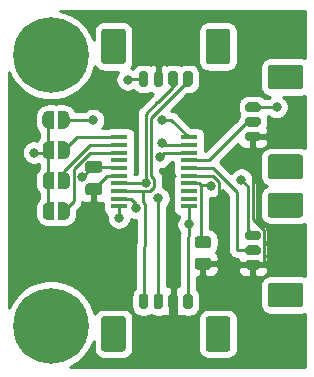
<source format=gbr>
%TF.GenerationSoftware,KiCad,Pcbnew,(5.1.6)-1*%
%TF.CreationDate,2020-12-06T01:57:59+01:00*%
%TF.ProjectId,HorticultureSensor,486f7274-6963-4756-9c74-75726553656e,1.0*%
%TF.SameCoordinates,Original*%
%TF.FileFunction,Copper,L1,Top*%
%TF.FilePolarity,Positive*%
%FSLAX46Y46*%
G04 Gerber Fmt 4.6, Leading zero omitted, Abs format (unit mm)*
G04 Created by KiCad (PCBNEW (5.1.6)-1) date 2020-12-06 01:57:59*
%MOMM*%
%LPD*%
G01*
G04 APERTURE LIST*
%TA.AperFunction,ComponentPad*%
%ADD10C,6.400000*%
%TD*%
%TA.AperFunction,SMDPad,CuDef*%
%ADD11R,1.450000X0.450000*%
%TD*%
%TA.AperFunction,SMDPad,CuDef*%
%ADD12C,0.100000*%
%TD*%
%TA.AperFunction,ViaPad*%
%ADD13C,0.800000*%
%TD*%
%TA.AperFunction,ViaPad*%
%ADD14C,1.000000*%
%TD*%
%TA.AperFunction,Conductor*%
%ADD15C,0.250000*%
%TD*%
%TA.AperFunction,Conductor*%
%ADD16C,0.750000*%
%TD*%
%TA.AperFunction,Conductor*%
%ADD17C,0.254000*%
%TD*%
G04 APERTURE END LIST*
%TO.P,J3,MP*%
%TO.N,N/C*%
%TA.AperFunction,SMDPad,CuDef*%
G36*
G01*
X168866000Y-132632000D02*
X166366000Y-132632000D01*
G75*
G02*
X166116000Y-132382000I0J250000D01*
G01*
X166116000Y-130782000D01*
G75*
G02*
X166366000Y-130532000I250000J0D01*
G01*
X168866000Y-130532000D01*
G75*
G02*
X169116000Y-130782000I0J-250000D01*
G01*
X169116000Y-132382000D01*
G75*
G02*
X168866000Y-132632000I-250000J0D01*
G01*
G37*
%TD.AperFunction*%
%TA.AperFunction,SMDPad,CuDef*%
G36*
G01*
X168866000Y-140232000D02*
X166366000Y-140232000D01*
G75*
G02*
X166116000Y-139982000I0J250000D01*
G01*
X166116000Y-138382000D01*
G75*
G02*
X166366000Y-138132000I250000J0D01*
G01*
X168866000Y-138132000D01*
G75*
G02*
X169116000Y-138382000I0J-250000D01*
G01*
X169116000Y-139982000D01*
G75*
G02*
X168866000Y-140232000I-250000J0D01*
G01*
G37*
%TD.AperFunction*%
%TO.P,J3,3*%
%TO.N,GND*%
%TA.AperFunction,SMDPad,CuDef*%
G36*
G01*
X165316000Y-134532000D02*
X164416000Y-134532000D01*
G75*
G02*
X164216000Y-134332000I0J200000D01*
G01*
X164216000Y-133932000D01*
G75*
G02*
X164416000Y-133732000I200000J0D01*
G01*
X165316000Y-133732000D01*
G75*
G02*
X165516000Y-133932000I0J-200000D01*
G01*
X165516000Y-134332000D01*
G75*
G02*
X165316000Y-134532000I-200000J0D01*
G01*
G37*
%TD.AperFunction*%
%TO.P,J3,2*%
%TO.N,AnalogSignal0*%
%TA.AperFunction,SMDPad,CuDef*%
G36*
G01*
X165316000Y-135782000D02*
X164416000Y-135782000D01*
G75*
G02*
X164216000Y-135582000I0J200000D01*
G01*
X164216000Y-135182000D01*
G75*
G02*
X164416000Y-134982000I200000J0D01*
G01*
X165316000Y-134982000D01*
G75*
G02*
X165516000Y-135182000I0J-200000D01*
G01*
X165516000Y-135582000D01*
G75*
G02*
X165316000Y-135782000I-200000J0D01*
G01*
G37*
%TD.AperFunction*%
%TO.P,J3,1*%
%TO.N,+3V3*%
%TA.AperFunction,SMDPad,CuDef*%
G36*
G01*
X165316000Y-137032000D02*
X164416000Y-137032000D01*
G75*
G02*
X164216000Y-136832000I0J200000D01*
G01*
X164216000Y-136432000D01*
G75*
G02*
X164416000Y-136232000I200000J0D01*
G01*
X165316000Y-136232000D01*
G75*
G02*
X165516000Y-136432000I0J-200000D01*
G01*
X165516000Y-136832000D01*
G75*
G02*
X165316000Y-137032000I-200000J0D01*
G01*
G37*
%TD.AperFunction*%
%TD*%
%TO.P,J4,MP*%
%TO.N,N/C*%
%TA.AperFunction,SMDPad,CuDef*%
G36*
G01*
X160855000Y-143720000D02*
X160855000Y-141220000D01*
G75*
G02*
X161105000Y-140970000I250000J0D01*
G01*
X162705000Y-140970000D01*
G75*
G02*
X162955000Y-141220000I0J-250000D01*
G01*
X162955000Y-143720000D01*
G75*
G02*
X162705000Y-143970000I-250000J0D01*
G01*
X161105000Y-143970000D01*
G75*
G02*
X160855000Y-143720000I0J250000D01*
G01*
G37*
%TD.AperFunction*%
%TA.AperFunction,SMDPad,CuDef*%
G36*
G01*
X152005000Y-143720000D02*
X152005000Y-141220000D01*
G75*
G02*
X152255000Y-140970000I250000J0D01*
G01*
X153855000Y-140970000D01*
G75*
G02*
X154105000Y-141220000I0J-250000D01*
G01*
X154105000Y-143720000D01*
G75*
G02*
X153855000Y-143970000I-250000J0D01*
G01*
X152255000Y-143970000D01*
G75*
G02*
X152005000Y-143720000I0J250000D01*
G01*
G37*
%TD.AperFunction*%
%TO.P,J4,4*%
%TO.N,GND*%
%TA.AperFunction,SMDPad,CuDef*%
G36*
G01*
X158955000Y-140170000D02*
X158955000Y-139270000D01*
G75*
G02*
X159155000Y-139070000I200000J0D01*
G01*
X159555000Y-139070000D01*
G75*
G02*
X159755000Y-139270000I0J-200000D01*
G01*
X159755000Y-140170000D01*
G75*
G02*
X159555000Y-140370000I-200000J0D01*
G01*
X159155000Y-140370000D01*
G75*
G02*
X158955000Y-140170000I0J200000D01*
G01*
G37*
%TD.AperFunction*%
%TO.P,J4,3*%
%TO.N,+3V3*%
%TA.AperFunction,SMDPad,CuDef*%
G36*
G01*
X157705000Y-140170000D02*
X157705000Y-139270000D01*
G75*
G02*
X157905000Y-139070000I200000J0D01*
G01*
X158305000Y-139070000D01*
G75*
G02*
X158505000Y-139270000I0J-200000D01*
G01*
X158505000Y-140170000D01*
G75*
G02*
X158305000Y-140370000I-200000J0D01*
G01*
X157905000Y-140370000D01*
G75*
G02*
X157705000Y-140170000I0J200000D01*
G01*
G37*
%TD.AperFunction*%
%TO.P,J4,2*%
%TO.N,I2c-SCL*%
%TA.AperFunction,SMDPad,CuDef*%
G36*
G01*
X156455000Y-140170000D02*
X156455000Y-139270000D01*
G75*
G02*
X156655000Y-139070000I200000J0D01*
G01*
X157055000Y-139070000D01*
G75*
G02*
X157255000Y-139270000I0J-200000D01*
G01*
X157255000Y-140170000D01*
G75*
G02*
X157055000Y-140370000I-200000J0D01*
G01*
X156655000Y-140370000D01*
G75*
G02*
X156455000Y-140170000I0J200000D01*
G01*
G37*
%TD.AperFunction*%
%TO.P,J4,1*%
%TO.N,I2c-SDA*%
%TA.AperFunction,SMDPad,CuDef*%
G36*
G01*
X155205000Y-140170000D02*
X155205000Y-139270000D01*
G75*
G02*
X155405000Y-139070000I200000J0D01*
G01*
X155805000Y-139070000D01*
G75*
G02*
X156005000Y-139270000I0J-200000D01*
G01*
X156005000Y-140170000D01*
G75*
G02*
X155805000Y-140370000I-200000J0D01*
G01*
X155405000Y-140370000D01*
G75*
G02*
X155205000Y-140170000I0J200000D01*
G01*
G37*
%TD.AperFunction*%
%TD*%
%TO.P,J1,MP*%
%TO.N,N/C*%
%TA.AperFunction,SMDPad,CuDef*%
G36*
G01*
X154105000Y-116884000D02*
X154105000Y-119384000D01*
G75*
G02*
X153855000Y-119634000I-250000J0D01*
G01*
X152255000Y-119634000D01*
G75*
G02*
X152005000Y-119384000I0J250000D01*
G01*
X152005000Y-116884000D01*
G75*
G02*
X152255000Y-116634000I250000J0D01*
G01*
X153855000Y-116634000D01*
G75*
G02*
X154105000Y-116884000I0J-250000D01*
G01*
G37*
%TD.AperFunction*%
%TA.AperFunction,SMDPad,CuDef*%
G36*
G01*
X162955000Y-116884000D02*
X162955000Y-119384000D01*
G75*
G02*
X162705000Y-119634000I-250000J0D01*
G01*
X161105000Y-119634000D01*
G75*
G02*
X160855000Y-119384000I0J250000D01*
G01*
X160855000Y-116884000D01*
G75*
G02*
X161105000Y-116634000I250000J0D01*
G01*
X162705000Y-116634000D01*
G75*
G02*
X162955000Y-116884000I0J-250000D01*
G01*
G37*
%TD.AperFunction*%
%TO.P,J1,4*%
%TO.N,GND*%
%TA.AperFunction,SMDPad,CuDef*%
G36*
G01*
X156005000Y-120434000D02*
X156005000Y-121334000D01*
G75*
G02*
X155805000Y-121534000I-200000J0D01*
G01*
X155405000Y-121534000D01*
G75*
G02*
X155205000Y-121334000I0J200000D01*
G01*
X155205000Y-120434000D01*
G75*
G02*
X155405000Y-120234000I200000J0D01*
G01*
X155805000Y-120234000D01*
G75*
G02*
X156005000Y-120434000I0J-200000D01*
G01*
G37*
%TD.AperFunction*%
%TO.P,J1,3*%
%TO.N,+3V3*%
%TA.AperFunction,SMDPad,CuDef*%
G36*
G01*
X157255000Y-120434000D02*
X157255000Y-121334000D01*
G75*
G02*
X157055000Y-121534000I-200000J0D01*
G01*
X156655000Y-121534000D01*
G75*
G02*
X156455000Y-121334000I0J200000D01*
G01*
X156455000Y-120434000D01*
G75*
G02*
X156655000Y-120234000I200000J0D01*
G01*
X157055000Y-120234000D01*
G75*
G02*
X157255000Y-120434000I0J-200000D01*
G01*
G37*
%TD.AperFunction*%
%TO.P,J1,2*%
%TO.N,I2c-SCL*%
%TA.AperFunction,SMDPad,CuDef*%
G36*
G01*
X158505000Y-120434000D02*
X158505000Y-121334000D01*
G75*
G02*
X158305000Y-121534000I-200000J0D01*
G01*
X157905000Y-121534000D01*
G75*
G02*
X157705000Y-121334000I0J200000D01*
G01*
X157705000Y-120434000D01*
G75*
G02*
X157905000Y-120234000I200000J0D01*
G01*
X158305000Y-120234000D01*
G75*
G02*
X158505000Y-120434000I0J-200000D01*
G01*
G37*
%TD.AperFunction*%
%TO.P,J1,1*%
%TO.N,I2c-SDA*%
%TA.AperFunction,SMDPad,CuDef*%
G36*
G01*
X159755000Y-120434000D02*
X159755000Y-121334000D01*
G75*
G02*
X159555000Y-121534000I-200000J0D01*
G01*
X159155000Y-121534000D01*
G75*
G02*
X158955000Y-121334000I0J200000D01*
G01*
X158955000Y-120434000D01*
G75*
G02*
X159155000Y-120234000I200000J0D01*
G01*
X159555000Y-120234000D01*
G75*
G02*
X159755000Y-120434000I0J-200000D01*
G01*
G37*
%TD.AperFunction*%
%TD*%
%TO.P,R1,2*%
%TO.N,nRESET*%
%TA.AperFunction,SMDPad,CuDef*%
G36*
G01*
X161070001Y-135230000D02*
X160169999Y-135230000D01*
G75*
G02*
X159920000Y-134980001I0J249999D01*
G01*
X159920000Y-134454999D01*
G75*
G02*
X160169999Y-134205000I249999J0D01*
G01*
X161070001Y-134205000D01*
G75*
G02*
X161320000Y-134454999I0J-249999D01*
G01*
X161320000Y-134980001D01*
G75*
G02*
X161070001Y-135230000I-249999J0D01*
G01*
G37*
%TD.AperFunction*%
%TO.P,R1,1*%
%TO.N,+3V3*%
%TA.AperFunction,SMDPad,CuDef*%
G36*
G01*
X161070001Y-137055000D02*
X160169999Y-137055000D01*
G75*
G02*
X159920000Y-136805001I0J249999D01*
G01*
X159920000Y-136279999D01*
G75*
G02*
X160169999Y-136030000I249999J0D01*
G01*
X161070001Y-136030000D01*
G75*
G02*
X161320000Y-136279999I0J-249999D01*
G01*
X161320000Y-136805001D01*
G75*
G02*
X161070001Y-137055000I-249999J0D01*
G01*
G37*
%TD.AperFunction*%
%TD*%
%TO.P,C1,2*%
%TO.N,GND*%
%TA.AperFunction,SMDPad,CuDef*%
G36*
G01*
X151859000Y-128836000D02*
X150909000Y-128836000D01*
G75*
G02*
X150659000Y-128586000I0J250000D01*
G01*
X150659000Y-128086000D01*
G75*
G02*
X150909000Y-127836000I250000J0D01*
G01*
X151859000Y-127836000D01*
G75*
G02*
X152109000Y-128086000I0J-250000D01*
G01*
X152109000Y-128586000D01*
G75*
G02*
X151859000Y-128836000I-250000J0D01*
G01*
G37*
%TD.AperFunction*%
%TO.P,C1,1*%
%TO.N,+3V3*%
%TA.AperFunction,SMDPad,CuDef*%
G36*
G01*
X151859000Y-130736000D02*
X150909000Y-130736000D01*
G75*
G02*
X150659000Y-130486000I0J250000D01*
G01*
X150659000Y-129986000D01*
G75*
G02*
X150909000Y-129736000I250000J0D01*
G01*
X151859000Y-129736000D01*
G75*
G02*
X152109000Y-129986000I0J-250000D01*
G01*
X152109000Y-130486000D01*
G75*
G02*
X151859000Y-130736000I-250000J0D01*
G01*
G37*
%TD.AperFunction*%
%TD*%
%TO.P,J5,MP*%
%TO.N,N/C*%
%TA.AperFunction,SMDPad,CuDef*%
G36*
G01*
X168866000Y-121780000D02*
X166366000Y-121780000D01*
G75*
G02*
X166116000Y-121530000I0J250000D01*
G01*
X166116000Y-119930000D01*
G75*
G02*
X166366000Y-119680000I250000J0D01*
G01*
X168866000Y-119680000D01*
G75*
G02*
X169116000Y-119930000I0J-250000D01*
G01*
X169116000Y-121530000D01*
G75*
G02*
X168866000Y-121780000I-250000J0D01*
G01*
G37*
%TD.AperFunction*%
%TA.AperFunction,SMDPad,CuDef*%
G36*
G01*
X168866000Y-129380000D02*
X166366000Y-129380000D01*
G75*
G02*
X166116000Y-129130000I0J250000D01*
G01*
X166116000Y-127530000D01*
G75*
G02*
X166366000Y-127280000I250000J0D01*
G01*
X168866000Y-127280000D01*
G75*
G02*
X169116000Y-127530000I0J-250000D01*
G01*
X169116000Y-129130000D01*
G75*
G02*
X168866000Y-129380000I-250000J0D01*
G01*
G37*
%TD.AperFunction*%
%TO.P,J5,3*%
%TO.N,GND*%
%TA.AperFunction,SMDPad,CuDef*%
G36*
G01*
X165316000Y-123680000D02*
X164416000Y-123680000D01*
G75*
G02*
X164216000Y-123480000I0J200000D01*
G01*
X164216000Y-123080000D01*
G75*
G02*
X164416000Y-122880000I200000J0D01*
G01*
X165316000Y-122880000D01*
G75*
G02*
X165516000Y-123080000I0J-200000D01*
G01*
X165516000Y-123480000D01*
G75*
G02*
X165316000Y-123680000I-200000J0D01*
G01*
G37*
%TD.AperFunction*%
%TO.P,J5,2*%
%TO.N,AnalogSignal1*%
%TA.AperFunction,SMDPad,CuDef*%
G36*
G01*
X165316000Y-124930000D02*
X164416000Y-124930000D01*
G75*
G02*
X164216000Y-124730000I0J200000D01*
G01*
X164216000Y-124330000D01*
G75*
G02*
X164416000Y-124130000I200000J0D01*
G01*
X165316000Y-124130000D01*
G75*
G02*
X165516000Y-124330000I0J-200000D01*
G01*
X165516000Y-124730000D01*
G75*
G02*
X165316000Y-124930000I-200000J0D01*
G01*
G37*
%TD.AperFunction*%
%TO.P,J5,1*%
%TO.N,+3V3*%
%TA.AperFunction,SMDPad,CuDef*%
G36*
G01*
X165316000Y-126180000D02*
X164416000Y-126180000D01*
G75*
G02*
X164216000Y-125980000I0J200000D01*
G01*
X164216000Y-125580000D01*
G75*
G02*
X164416000Y-125380000I200000J0D01*
G01*
X165316000Y-125380000D01*
G75*
G02*
X165516000Y-125580000I0J-200000D01*
G01*
X165516000Y-125980000D01*
G75*
G02*
X165316000Y-126180000I-200000J0D01*
G01*
G37*
%TD.AperFunction*%
%TD*%
D10*
%TO.P,H2,1*%
%TO.N,GND*%
X147750000Y-141775000D03*
%TD*%
%TO.P,H1,1*%
%TO.N,GND*%
X147750000Y-118872000D03*
%TD*%
D11*
%TO.P,U1,20*%
%TO.N,SWD-SWCLK*%
X153525000Y-131675000D03*
%TO.P,U1,19*%
%TO.N,SWD-SWIO*%
X153525000Y-131025000D03*
%TO.P,U1,18*%
%TO.N,I2c-SDA*%
X153525000Y-130375000D03*
%TO.P,U1,17*%
%TO.N,I2c-SCL*%
X153525000Y-129725000D03*
%TO.P,U1,16*%
%TO.N,+3V3*%
X153525000Y-129075000D03*
%TO.P,U1,15*%
%TO.N,GND*%
X153525000Y-128425000D03*
%TO.P,U1,14*%
%TO.N,N/C*%
X153525000Y-127775000D03*
%TO.P,U1,13*%
%TO.N,i2c-addr_3*%
X153525000Y-127125000D03*
%TO.P,U1,12*%
%TO.N,i2c-addr_2*%
X153525000Y-126475000D03*
%TO.P,U1,11*%
%TO.N,i2c-addr_1*%
X153525000Y-125825000D03*
%TO.P,U1,10*%
%TO.N,i2c-addr_0*%
X159425000Y-125825000D03*
%TO.P,U1,9*%
%TO.N,UART-rx*%
X159425000Y-126475000D03*
%TO.P,U1,8*%
%TO.N,UART-tx*%
X159425000Y-127125000D03*
%TO.P,U1,7*%
%TO.N,AnalogSignal1*%
X159425000Y-127775000D03*
%TO.P,U1,6*%
%TO.N,AnalogSignal0*%
X159425000Y-128425000D03*
%TO.P,U1,5*%
%TO.N,+3V3*%
X159425000Y-129075000D03*
%TO.P,U1,4*%
%TO.N,nRESET*%
X159425000Y-129725000D03*
%TO.P,U1,3*%
%TO.N,N/C*%
X159425000Y-130375000D03*
%TO.P,U1,2*%
X159425000Y-131025000D03*
%TO.P,U1,1*%
%TO.N,GND*%
X159425000Y-131675000D03*
%TD*%
%TA.AperFunction,SMDPad,CuDef*%
D12*
%TO.P,JP5,2*%
%TO.N,GND*%
G36*
X147548640Y-132824398D02*
G01*
X147524106Y-132824398D01*
X147475275Y-132819588D01*
X147427150Y-132810016D01*
X147380195Y-132795772D01*
X147334862Y-132776995D01*
X147291589Y-132753864D01*
X147250790Y-132726604D01*
X147212861Y-132695476D01*
X147178164Y-132660779D01*
X147147036Y-132622850D01*
X147119776Y-132582051D01*
X147096645Y-132538778D01*
X147077868Y-132493445D01*
X147063624Y-132446490D01*
X147054052Y-132398365D01*
X147049242Y-132349534D01*
X147049242Y-132325000D01*
X147048640Y-132325000D01*
X147048640Y-131825000D01*
X147049242Y-131825000D01*
X147049242Y-131800466D01*
X147054052Y-131751635D01*
X147063624Y-131703510D01*
X147077868Y-131656555D01*
X147096645Y-131611222D01*
X147119776Y-131567949D01*
X147147036Y-131527150D01*
X147178164Y-131489221D01*
X147212861Y-131454524D01*
X147250790Y-131423396D01*
X147291589Y-131396136D01*
X147334862Y-131373005D01*
X147380195Y-131354228D01*
X147427150Y-131339984D01*
X147475275Y-131330412D01*
X147524106Y-131325602D01*
X147548640Y-131325602D01*
X147548640Y-131325000D01*
X148048640Y-131325000D01*
X148048640Y-132825000D01*
X147548640Y-132825000D01*
X147548640Y-132824398D01*
G37*
%TD.AperFunction*%
%TA.AperFunction,SMDPad,CuDef*%
%TO.P,JP5,1*%
%TO.N,i2c-addr_3*%
G36*
X148348640Y-131325000D02*
G01*
X148848640Y-131325000D01*
X148848640Y-131325602D01*
X148873174Y-131325602D01*
X148922005Y-131330412D01*
X148970130Y-131339984D01*
X149017085Y-131354228D01*
X149062418Y-131373005D01*
X149105691Y-131396136D01*
X149146490Y-131423396D01*
X149184419Y-131454524D01*
X149219116Y-131489221D01*
X149250244Y-131527150D01*
X149277504Y-131567949D01*
X149300635Y-131611222D01*
X149319412Y-131656555D01*
X149333656Y-131703510D01*
X149343228Y-131751635D01*
X149348038Y-131800466D01*
X149348038Y-131825000D01*
X149348640Y-131825000D01*
X149348640Y-132325000D01*
X149348038Y-132325000D01*
X149348038Y-132349534D01*
X149343228Y-132398365D01*
X149333656Y-132446490D01*
X149319412Y-132493445D01*
X149300635Y-132538778D01*
X149277504Y-132582051D01*
X149250244Y-132622850D01*
X149219116Y-132660779D01*
X149184419Y-132695476D01*
X149146490Y-132726604D01*
X149105691Y-132753864D01*
X149062418Y-132776995D01*
X149017085Y-132795772D01*
X148970130Y-132810016D01*
X148922005Y-132819588D01*
X148873174Y-132824398D01*
X148848640Y-132824398D01*
X148848640Y-132825000D01*
X148348640Y-132825000D01*
X148348640Y-131325000D01*
G37*
%TD.AperFunction*%
%TD*%
%TA.AperFunction,SMDPad,CuDef*%
%TO.P,JP4,2*%
%TO.N,GND*%
G36*
X147548640Y-130249398D02*
G01*
X147524106Y-130249398D01*
X147475275Y-130244588D01*
X147427150Y-130235016D01*
X147380195Y-130220772D01*
X147334862Y-130201995D01*
X147291589Y-130178864D01*
X147250790Y-130151604D01*
X147212861Y-130120476D01*
X147178164Y-130085779D01*
X147147036Y-130047850D01*
X147119776Y-130007051D01*
X147096645Y-129963778D01*
X147077868Y-129918445D01*
X147063624Y-129871490D01*
X147054052Y-129823365D01*
X147049242Y-129774534D01*
X147049242Y-129750000D01*
X147048640Y-129750000D01*
X147048640Y-129250000D01*
X147049242Y-129250000D01*
X147049242Y-129225466D01*
X147054052Y-129176635D01*
X147063624Y-129128510D01*
X147077868Y-129081555D01*
X147096645Y-129036222D01*
X147119776Y-128992949D01*
X147147036Y-128952150D01*
X147178164Y-128914221D01*
X147212861Y-128879524D01*
X147250790Y-128848396D01*
X147291589Y-128821136D01*
X147334862Y-128798005D01*
X147380195Y-128779228D01*
X147427150Y-128764984D01*
X147475275Y-128755412D01*
X147524106Y-128750602D01*
X147548640Y-128750602D01*
X147548640Y-128750000D01*
X148048640Y-128750000D01*
X148048640Y-130250000D01*
X147548640Y-130250000D01*
X147548640Y-130249398D01*
G37*
%TD.AperFunction*%
%TA.AperFunction,SMDPad,CuDef*%
%TO.P,JP4,1*%
%TO.N,i2c-addr_2*%
G36*
X148348640Y-128750000D02*
G01*
X148848640Y-128750000D01*
X148848640Y-128750602D01*
X148873174Y-128750602D01*
X148922005Y-128755412D01*
X148970130Y-128764984D01*
X149017085Y-128779228D01*
X149062418Y-128798005D01*
X149105691Y-128821136D01*
X149146490Y-128848396D01*
X149184419Y-128879524D01*
X149219116Y-128914221D01*
X149250244Y-128952150D01*
X149277504Y-128992949D01*
X149300635Y-129036222D01*
X149319412Y-129081555D01*
X149333656Y-129128510D01*
X149343228Y-129176635D01*
X149348038Y-129225466D01*
X149348038Y-129250000D01*
X149348640Y-129250000D01*
X149348640Y-129750000D01*
X149348038Y-129750000D01*
X149348038Y-129774534D01*
X149343228Y-129823365D01*
X149333656Y-129871490D01*
X149319412Y-129918445D01*
X149300635Y-129963778D01*
X149277504Y-130007051D01*
X149250244Y-130047850D01*
X149219116Y-130085779D01*
X149184419Y-130120476D01*
X149146490Y-130151604D01*
X149105691Y-130178864D01*
X149062418Y-130201995D01*
X149017085Y-130220772D01*
X148970130Y-130235016D01*
X148922005Y-130244588D01*
X148873174Y-130249398D01*
X148848640Y-130249398D01*
X148848640Y-130250000D01*
X148348640Y-130250000D01*
X148348640Y-128750000D01*
G37*
%TD.AperFunction*%
%TD*%
%TA.AperFunction,SMDPad,CuDef*%
%TO.P,JP3,2*%
%TO.N,GND*%
G36*
X147548640Y-127674398D02*
G01*
X147524106Y-127674398D01*
X147475275Y-127669588D01*
X147427150Y-127660016D01*
X147380195Y-127645772D01*
X147334862Y-127626995D01*
X147291589Y-127603864D01*
X147250790Y-127576604D01*
X147212861Y-127545476D01*
X147178164Y-127510779D01*
X147147036Y-127472850D01*
X147119776Y-127432051D01*
X147096645Y-127388778D01*
X147077868Y-127343445D01*
X147063624Y-127296490D01*
X147054052Y-127248365D01*
X147049242Y-127199534D01*
X147049242Y-127175000D01*
X147048640Y-127175000D01*
X147048640Y-126675000D01*
X147049242Y-126675000D01*
X147049242Y-126650466D01*
X147054052Y-126601635D01*
X147063624Y-126553510D01*
X147077868Y-126506555D01*
X147096645Y-126461222D01*
X147119776Y-126417949D01*
X147147036Y-126377150D01*
X147178164Y-126339221D01*
X147212861Y-126304524D01*
X147250790Y-126273396D01*
X147291589Y-126246136D01*
X147334862Y-126223005D01*
X147380195Y-126204228D01*
X147427150Y-126189984D01*
X147475275Y-126180412D01*
X147524106Y-126175602D01*
X147548640Y-126175602D01*
X147548640Y-126175000D01*
X148048640Y-126175000D01*
X148048640Y-127675000D01*
X147548640Y-127675000D01*
X147548640Y-127674398D01*
G37*
%TD.AperFunction*%
%TA.AperFunction,SMDPad,CuDef*%
%TO.P,JP3,1*%
%TO.N,i2c-addr_1*%
G36*
X148348640Y-126175000D02*
G01*
X148848640Y-126175000D01*
X148848640Y-126175602D01*
X148873174Y-126175602D01*
X148922005Y-126180412D01*
X148970130Y-126189984D01*
X149017085Y-126204228D01*
X149062418Y-126223005D01*
X149105691Y-126246136D01*
X149146490Y-126273396D01*
X149184419Y-126304524D01*
X149219116Y-126339221D01*
X149250244Y-126377150D01*
X149277504Y-126417949D01*
X149300635Y-126461222D01*
X149319412Y-126506555D01*
X149333656Y-126553510D01*
X149343228Y-126601635D01*
X149348038Y-126650466D01*
X149348038Y-126675000D01*
X149348640Y-126675000D01*
X149348640Y-127175000D01*
X149348038Y-127175000D01*
X149348038Y-127199534D01*
X149343228Y-127248365D01*
X149333656Y-127296490D01*
X149319412Y-127343445D01*
X149300635Y-127388778D01*
X149277504Y-127432051D01*
X149250244Y-127472850D01*
X149219116Y-127510779D01*
X149184419Y-127545476D01*
X149146490Y-127576604D01*
X149105691Y-127603864D01*
X149062418Y-127626995D01*
X149017085Y-127645772D01*
X148970130Y-127660016D01*
X148922005Y-127669588D01*
X148873174Y-127674398D01*
X148848640Y-127674398D01*
X148848640Y-127675000D01*
X148348640Y-127675000D01*
X148348640Y-126175000D01*
G37*
%TD.AperFunction*%
%TD*%
%TA.AperFunction,SMDPad,CuDef*%
%TO.P,JP2,2*%
%TO.N,GND*%
G36*
X147535940Y-125099398D02*
G01*
X147511406Y-125099398D01*
X147462575Y-125094588D01*
X147414450Y-125085016D01*
X147367495Y-125070772D01*
X147322162Y-125051995D01*
X147278889Y-125028864D01*
X147238090Y-125001604D01*
X147200161Y-124970476D01*
X147165464Y-124935779D01*
X147134336Y-124897850D01*
X147107076Y-124857051D01*
X147083945Y-124813778D01*
X147065168Y-124768445D01*
X147050924Y-124721490D01*
X147041352Y-124673365D01*
X147036542Y-124624534D01*
X147036542Y-124600000D01*
X147035940Y-124600000D01*
X147035940Y-124100000D01*
X147036542Y-124100000D01*
X147036542Y-124075466D01*
X147041352Y-124026635D01*
X147050924Y-123978510D01*
X147065168Y-123931555D01*
X147083945Y-123886222D01*
X147107076Y-123842949D01*
X147134336Y-123802150D01*
X147165464Y-123764221D01*
X147200161Y-123729524D01*
X147238090Y-123698396D01*
X147278889Y-123671136D01*
X147322162Y-123648005D01*
X147367495Y-123629228D01*
X147414450Y-123614984D01*
X147462575Y-123605412D01*
X147511406Y-123600602D01*
X147535940Y-123600602D01*
X147535940Y-123600000D01*
X148035940Y-123600000D01*
X148035940Y-125100000D01*
X147535940Y-125100000D01*
X147535940Y-125099398D01*
G37*
%TD.AperFunction*%
%TA.AperFunction,SMDPad,CuDef*%
%TO.P,JP2,1*%
%TO.N,i2c-addr_0*%
G36*
X148335940Y-123600000D02*
G01*
X148835940Y-123600000D01*
X148835940Y-123600602D01*
X148860474Y-123600602D01*
X148909305Y-123605412D01*
X148957430Y-123614984D01*
X149004385Y-123629228D01*
X149049718Y-123648005D01*
X149092991Y-123671136D01*
X149133790Y-123698396D01*
X149171719Y-123729524D01*
X149206416Y-123764221D01*
X149237544Y-123802150D01*
X149264804Y-123842949D01*
X149287935Y-123886222D01*
X149306712Y-123931555D01*
X149320956Y-123978510D01*
X149330528Y-124026635D01*
X149335338Y-124075466D01*
X149335338Y-124100000D01*
X149335940Y-124100000D01*
X149335940Y-124600000D01*
X149335338Y-124600000D01*
X149335338Y-124624534D01*
X149330528Y-124673365D01*
X149320956Y-124721490D01*
X149306712Y-124768445D01*
X149287935Y-124813778D01*
X149264804Y-124857051D01*
X149237544Y-124897850D01*
X149206416Y-124935779D01*
X149171719Y-124970476D01*
X149133790Y-125001604D01*
X149092991Y-125028864D01*
X149049718Y-125051995D01*
X149004385Y-125070772D01*
X148957430Y-125085016D01*
X148909305Y-125094588D01*
X148860474Y-125099398D01*
X148835940Y-125099398D01*
X148835940Y-125100000D01*
X148335940Y-125100000D01*
X148335940Y-123600000D01*
G37*
%TD.AperFunction*%
%TD*%
D13*
%TO.N,SWD-SWCLK*%
X153510000Y-132630000D03*
%TO.N,SWD-SWIO*%
X154980000Y-131820000D03*
%TO.N,nRESET*%
X161300000Y-129940000D03*
%TO.N,I2c-SCL*%
X155790992Y-129694313D03*
X156850000Y-130990000D03*
D14*
%TO.N,+3V3*%
X158100000Y-142620000D03*
D13*
X167710000Y-125790000D03*
X164460000Y-120980000D03*
X151872000Y-132502000D03*
%TO.N,i2c-addr_0*%
X157125000Y-124360000D03*
X151340000Y-124370000D03*
%TO.N,GND*%
X159425000Y-133205000D03*
X146330000Y-127130000D03*
X150400000Y-129230000D03*
X166860000Y-123270000D03*
X154250000Y-120950000D03*
X163880000Y-129420000D03*
%TO.N,UART-rx*%
X157125000Y-126290000D03*
%TO.N,UART-tx*%
X156970000Y-127490000D03*
%TD*%
D15*
%TO.N,SWD-SWCLK*%
X153510000Y-131690000D02*
X153525000Y-131675000D01*
X153510000Y-132630000D02*
X153510000Y-131690000D01*
%TO.N,SWD-SWIO*%
X153525000Y-131025000D02*
X154500000Y-131025000D01*
X154980000Y-131505000D02*
X154980000Y-131820000D01*
X154500000Y-131025000D02*
X154980000Y-131505000D01*
%TO.N,nRESET*%
X160475001Y-129889999D02*
X160475001Y-134572501D01*
X160475001Y-134572501D02*
X160620000Y-134717500D01*
X159425000Y-129725000D02*
X160310002Y-129725000D01*
X160310002Y-129725000D02*
X160475001Y-129889999D01*
X160475001Y-129889999D02*
X161249999Y-129889999D01*
X161249999Y-129889999D02*
X161300000Y-129940000D01*
%TO.N,I2c-SDA*%
X155605000Y-135125000D02*
X155605000Y-139720000D01*
X159355000Y-121056998D02*
X156244999Y-124166999D01*
X155541410Y-130375000D02*
X153525000Y-130375000D01*
X159355000Y-120884000D02*
X159355000Y-121056998D01*
X155585724Y-130419314D02*
X155541410Y-130375000D01*
X156515993Y-130042314D02*
X156138993Y-130419314D01*
X156515993Y-129346312D02*
X156515993Y-130042314D01*
X156138993Y-130419314D02*
X155585724Y-130419314D01*
X156244999Y-129075318D02*
X156515993Y-129346312D01*
X156244999Y-124166999D02*
X156244999Y-129075318D01*
X155705001Y-135024999D02*
X155605000Y-135125000D01*
X155705001Y-131471999D02*
X155705001Y-135024999D01*
X155541410Y-131308408D02*
X155705001Y-131471999D01*
X155541410Y-130375000D02*
X155541410Y-131308408D01*
%TO.N,I2c-SCL*%
X158105000Y-121534000D02*
X158105000Y-120884000D01*
X153525000Y-129725000D02*
X154500000Y-129725000D01*
X156789500Y-122849500D02*
X158105000Y-121534000D01*
X154500000Y-129725000D02*
X155760305Y-129725000D01*
X155760305Y-129725000D02*
X155790992Y-129694313D01*
X156789500Y-122849500D02*
X156762484Y-122849500D01*
X156762484Y-122849500D02*
X155790992Y-123820992D01*
X155790992Y-129694313D02*
X155790992Y-123820992D01*
X156850000Y-139715000D02*
X156855000Y-139720000D01*
X156850000Y-130990000D02*
X156850000Y-139715000D01*
%TO.N,+3V3*%
X164318000Y-136632000D02*
X164866000Y-136632000D01*
X152545000Y-129075000D02*
X153525000Y-129075000D01*
X151384000Y-130236000D02*
X152545000Y-129075000D01*
X164776500Y-136542500D02*
X164866000Y-136632000D01*
X162025001Y-129591999D02*
X162025001Y-136454999D01*
X162025001Y-136454999D02*
X161937500Y-136542500D01*
X159425000Y-129075000D02*
X161508002Y-129075000D01*
X161508002Y-129075000D02*
X162025001Y-129591999D01*
X161937500Y-136542500D02*
X164776500Y-136542500D01*
X160620000Y-136542500D02*
X161937500Y-136542500D01*
X164876000Y-125790000D02*
X164866000Y-125780000D01*
X167710000Y-125790000D02*
X164876000Y-125790000D01*
X165516000Y-136632000D02*
X164866000Y-136632000D01*
X165841010Y-136306990D02*
X165516000Y-136632000D01*
X165841010Y-133714532D02*
X165841010Y-136306990D01*
X164866000Y-132739522D02*
X165841010Y-133714532D01*
X164866000Y-125780000D02*
X164866000Y-132739522D01*
X158100000Y-139725000D02*
X158105000Y-139720000D01*
D16*
X158100000Y-142620000D02*
X158100000Y-139725000D01*
D15*
X151384000Y-132014000D02*
X151872000Y-132502000D01*
X151384000Y-130236000D02*
X151384000Y-132014000D01*
%TO.N,AnalogSignal0*%
X161494412Y-128425000D02*
X163520000Y-130450588D01*
X159425000Y-128425000D02*
X161494412Y-128425000D01*
X163520000Y-130450588D02*
X163520000Y-135380000D01*
X164864000Y-135380000D02*
X164866000Y-135382000D01*
X163520000Y-135380000D02*
X164864000Y-135380000D01*
%TO.N,AnalogSignal1*%
X161155000Y-127775000D02*
X159425000Y-127775000D01*
X164216000Y-124714000D02*
X161155000Y-127775000D01*
X164866000Y-124714000D02*
X164216000Y-124714000D01*
%TO.N,i2c-addr_0*%
X159425000Y-125825000D02*
X157950000Y-124350000D01*
X157950000Y-124350000D02*
X157135000Y-124350000D01*
X157135000Y-124350000D02*
X157125000Y-124360000D01*
X148855940Y-124370000D02*
X148835940Y-124350000D01*
X151340000Y-124370000D02*
X148855940Y-124370000D01*
%TO.N,i2c-addr_1*%
X149948640Y-125825000D02*
X148848640Y-126925000D01*
X153525000Y-125825000D02*
X149948640Y-125825000D01*
%TO.N,i2c-addr_2*%
X153525000Y-126475000D02*
X151873640Y-126475000D01*
X148848640Y-128696759D02*
X148848640Y-129500000D01*
X151070399Y-126475000D02*
X148848640Y-128696759D01*
X153525000Y-126475000D02*
X151070399Y-126475000D01*
X148848640Y-129535360D02*
X148844000Y-129540000D01*
X148848640Y-129500000D02*
X148848640Y-129535360D01*
%TO.N,i2c-addr_3*%
X153525000Y-127125000D02*
X152639998Y-127125000D01*
X149673650Y-131249990D02*
X148848640Y-132075000D01*
X153525000Y-127125000D02*
X151056809Y-127125000D01*
X151056809Y-127125000D02*
X149673650Y-128508159D01*
X149673650Y-128508159D02*
X149673650Y-131249990D01*
%TO.N,GND*%
X147535940Y-126912300D02*
X147548640Y-126925000D01*
X147535940Y-124350000D02*
X147535940Y-126912300D01*
X147548640Y-129500000D02*
X147548640Y-126925000D01*
X147548640Y-132075000D02*
X147548640Y-129500000D01*
X159355000Y-139720000D02*
X159355000Y-134269000D01*
X151130000Y-128082000D02*
X151473000Y-128425000D01*
X151384000Y-128336000D02*
X152974000Y-128336000D01*
X153063000Y-128425000D02*
X153525000Y-128425000D01*
X152974000Y-128336000D02*
X153063000Y-128425000D01*
X159425000Y-134199000D02*
X159355000Y-134269000D01*
X159425000Y-131675000D02*
X159425000Y-133205000D01*
X159425000Y-133205000D02*
X159425000Y-134199000D01*
X147343640Y-127130000D02*
X147548640Y-126925000D01*
X146330000Y-127130000D02*
X147343640Y-127130000D01*
X151384000Y-128336000D02*
X151294000Y-128336000D01*
X151294000Y-128336000D02*
X150400000Y-129230000D01*
X164876000Y-123270000D02*
X164866000Y-123280000D01*
X166860000Y-123270000D02*
X164876000Y-123270000D01*
X155605000Y-120884000D02*
X154316000Y-120884000D01*
X154316000Y-120884000D02*
X154250000Y-120950000D01*
X164415990Y-129955990D02*
X163880000Y-129420000D01*
X164866000Y-134132000D02*
X164415990Y-133681990D01*
X164415990Y-133681990D02*
X164415990Y-129955990D01*
%TO.N,UART-rx*%
X159425000Y-126475000D02*
X157310000Y-126475000D01*
X157310000Y-126475000D02*
X157125000Y-126290000D01*
%TO.N,UART-tx*%
X159425000Y-127125000D02*
X157335000Y-127125000D01*
X157335000Y-127125000D02*
X156970000Y-127490000D01*
%TD*%
D17*
%TO.N,+3V3*%
G36*
X151516595Y-119877386D02*
G01*
X151627038Y-120011962D01*
X151761614Y-120122405D01*
X151915150Y-120204472D01*
X152081746Y-120255008D01*
X152255000Y-120272072D01*
X153464217Y-120272072D01*
X153446063Y-120290226D01*
X153332795Y-120459744D01*
X153254774Y-120648102D01*
X153215000Y-120848061D01*
X153215000Y-121051939D01*
X153254774Y-121251898D01*
X153332795Y-121440256D01*
X153446063Y-121609774D01*
X153590226Y-121753937D01*
X153759744Y-121867205D01*
X153948102Y-121945226D01*
X154148061Y-121985000D01*
X154351939Y-121985000D01*
X154551898Y-121945226D01*
X154740256Y-121867205D01*
X154755361Y-121857112D01*
X154812394Y-121926606D01*
X154939392Y-122030831D01*
X155084284Y-122108278D01*
X155241500Y-122155969D01*
X155405000Y-122172072D01*
X155805000Y-122172072D01*
X155968500Y-122155969D01*
X156125716Y-122108278D01*
X156154027Y-122093145D01*
X156210820Y-122123502D01*
X156330518Y-122159812D01*
X156397764Y-122166435D01*
X156362838Y-122201361D01*
X156338208Y-122214526D01*
X156222483Y-122309499D01*
X156198685Y-122338497D01*
X155279990Y-123257193D01*
X155250992Y-123280991D01*
X155227194Y-123309989D01*
X155227193Y-123309990D01*
X155156018Y-123396716D01*
X155085446Y-123528746D01*
X155041990Y-123672007D01*
X155027316Y-123820992D01*
X155030993Y-123858324D01*
X155030992Y-128965000D01*
X154885000Y-128965000D01*
X154885000Y-128947998D01*
X154810735Y-128947998D01*
X154839502Y-128894180D01*
X154852753Y-128850497D01*
X154885000Y-128818250D01*
X154877905Y-128753227D01*
X154888072Y-128650000D01*
X154888072Y-128200000D01*
X154878223Y-128100000D01*
X154888072Y-128000000D01*
X154888072Y-127550000D01*
X154878223Y-127450000D01*
X154888072Y-127350000D01*
X154888072Y-126900000D01*
X154878223Y-126800000D01*
X154888072Y-126700000D01*
X154888072Y-126250000D01*
X154878223Y-126150000D01*
X154888072Y-126050000D01*
X154888072Y-125600000D01*
X154875812Y-125475518D01*
X154839502Y-125355820D01*
X154780537Y-125245506D01*
X154701185Y-125148815D01*
X154604494Y-125069463D01*
X154494180Y-125010498D01*
X154374482Y-124974188D01*
X154250000Y-124961928D01*
X152800000Y-124961928D01*
X152675518Y-124974188D01*
X152555820Y-125010498D01*
X152453856Y-125065000D01*
X152108711Y-125065000D01*
X152143937Y-125029774D01*
X152257205Y-124860256D01*
X152335226Y-124671898D01*
X152375000Y-124471939D01*
X152375000Y-124268061D01*
X152335226Y-124068102D01*
X152257205Y-123879744D01*
X152143937Y-123710226D01*
X151999774Y-123566063D01*
X151830256Y-123452795D01*
X151641898Y-123374774D01*
X151441939Y-123335000D01*
X151238061Y-123335000D01*
X151038102Y-123374774D01*
X150849744Y-123452795D01*
X150680226Y-123566063D01*
X150636289Y-123610000D01*
X149860992Y-123610000D01*
X149807438Y-123509808D01*
X149752982Y-123428309D01*
X149673630Y-123331618D01*
X149604322Y-123262310D01*
X149507631Y-123182958D01*
X149426132Y-123128502D01*
X149315815Y-123069536D01*
X149225259Y-123032027D01*
X149105563Y-122995718D01*
X149009430Y-122976596D01*
X148884949Y-122964336D01*
X148860390Y-122964336D01*
X148835940Y-122961928D01*
X148335940Y-122961928D01*
X148211458Y-122974188D01*
X148185940Y-122981929D01*
X148160422Y-122974188D01*
X148035940Y-122961928D01*
X147535940Y-122961928D01*
X147511490Y-122964336D01*
X147486931Y-122964336D01*
X147362450Y-122976596D01*
X147266317Y-122995718D01*
X147146621Y-123032027D01*
X147056065Y-123069536D01*
X146945748Y-123128502D01*
X146864249Y-123182958D01*
X146767558Y-123262310D01*
X146698250Y-123331618D01*
X146618898Y-123428309D01*
X146564442Y-123509808D01*
X146505476Y-123620125D01*
X146467967Y-123710681D01*
X146431658Y-123830377D01*
X146412536Y-123926510D01*
X146400276Y-124050991D01*
X146400276Y-124075550D01*
X146397868Y-124100000D01*
X146397868Y-124600000D01*
X146400276Y-124624450D01*
X146400276Y-124649009D01*
X146412536Y-124773490D01*
X146431658Y-124869623D01*
X146467967Y-124989319D01*
X146505476Y-125079875D01*
X146564442Y-125190192D01*
X146618898Y-125271691D01*
X146698250Y-125368382D01*
X146767558Y-125437690D01*
X146775940Y-125444569D01*
X146775941Y-125841627D01*
X146710950Y-125906618D01*
X146631598Y-126003309D01*
X146577142Y-126084808D01*
X146558263Y-126120127D01*
X146431939Y-126095000D01*
X146228061Y-126095000D01*
X146028102Y-126134774D01*
X145839744Y-126212795D01*
X145670226Y-126326063D01*
X145526063Y-126470226D01*
X145412795Y-126639744D01*
X145334774Y-126828102D01*
X145295000Y-127028061D01*
X145295000Y-127231939D01*
X145334774Y-127431898D01*
X145412795Y-127620256D01*
X145526063Y-127789774D01*
X145670226Y-127933937D01*
X145839744Y-128047205D01*
X146028102Y-128125226D01*
X146228061Y-128165000D01*
X146431939Y-128165000D01*
X146631898Y-128125226D01*
X146788641Y-128060301D01*
X146788640Y-128405431D01*
X146780258Y-128412310D01*
X146710950Y-128481618D01*
X146631598Y-128578309D01*
X146577142Y-128659808D01*
X146518176Y-128770125D01*
X146480667Y-128860681D01*
X146444358Y-128980377D01*
X146425236Y-129076510D01*
X146412976Y-129200991D01*
X146412976Y-129225550D01*
X146410568Y-129250000D01*
X146410568Y-129750000D01*
X146412976Y-129774450D01*
X146412976Y-129799009D01*
X146425236Y-129923490D01*
X146444358Y-130019623D01*
X146480667Y-130139319D01*
X146518176Y-130229875D01*
X146577142Y-130340192D01*
X146631598Y-130421691D01*
X146710950Y-130518382D01*
X146780258Y-130587690D01*
X146788641Y-130594569D01*
X146788640Y-130980431D01*
X146780258Y-130987310D01*
X146710950Y-131056618D01*
X146631598Y-131153309D01*
X146577142Y-131234808D01*
X146518176Y-131345125D01*
X146480667Y-131435681D01*
X146444358Y-131555377D01*
X146425236Y-131651510D01*
X146412976Y-131775991D01*
X146412976Y-131800550D01*
X146410568Y-131825000D01*
X146410568Y-132325000D01*
X146412976Y-132349450D01*
X146412976Y-132374009D01*
X146425236Y-132498490D01*
X146444358Y-132594623D01*
X146480667Y-132714319D01*
X146518176Y-132804875D01*
X146577142Y-132915192D01*
X146631598Y-132996691D01*
X146710950Y-133093382D01*
X146780258Y-133162690D01*
X146876949Y-133242042D01*
X146958448Y-133296498D01*
X147068765Y-133355464D01*
X147159321Y-133392973D01*
X147279017Y-133429282D01*
X147375150Y-133448404D01*
X147499631Y-133460664D01*
X147524190Y-133460664D01*
X147548640Y-133463072D01*
X148048640Y-133463072D01*
X148173122Y-133450812D01*
X148198640Y-133443071D01*
X148224158Y-133450812D01*
X148348640Y-133463072D01*
X148848640Y-133463072D01*
X148873090Y-133460664D01*
X148897649Y-133460664D01*
X149022130Y-133448404D01*
X149118263Y-133429282D01*
X149237959Y-133392973D01*
X149328515Y-133355464D01*
X149438832Y-133296498D01*
X149520331Y-133242042D01*
X149617022Y-133162690D01*
X149686330Y-133093382D01*
X149765682Y-132996691D01*
X149820138Y-132915192D01*
X149879104Y-132804875D01*
X149916613Y-132714319D01*
X149952922Y-132594623D01*
X149972044Y-132498490D01*
X149984304Y-132374009D01*
X149984304Y-132349450D01*
X149986712Y-132325000D01*
X149986712Y-132011730D01*
X150184652Y-131813789D01*
X150213651Y-131789991D01*
X150308624Y-131674266D01*
X150379196Y-131542237D01*
X150422653Y-131398976D01*
X150429452Y-131329941D01*
X150534518Y-131361812D01*
X150659000Y-131374072D01*
X151098250Y-131371000D01*
X151257000Y-131212250D01*
X151257000Y-130363000D01*
X151237000Y-130363000D01*
X151237000Y-130109000D01*
X151257000Y-130109000D01*
X151257000Y-130089000D01*
X151511000Y-130089000D01*
X151511000Y-130109000D01*
X151531000Y-130109000D01*
X151531000Y-130363000D01*
X151511000Y-130363000D01*
X151511000Y-131212250D01*
X151669750Y-131371000D01*
X152109000Y-131374072D01*
X152169998Y-131368064D01*
X152161928Y-131450000D01*
X152161928Y-131900000D01*
X152174188Y-132024482D01*
X152210498Y-132144180D01*
X152269463Y-132254494D01*
X152348815Y-132351185D01*
X152445506Y-132430537D01*
X152489700Y-132454159D01*
X152475000Y-132528061D01*
X152475000Y-132731939D01*
X152514774Y-132931898D01*
X152592795Y-133120256D01*
X152706063Y-133289774D01*
X152850226Y-133433937D01*
X153019744Y-133547205D01*
X153208102Y-133625226D01*
X153408061Y-133665000D01*
X153611939Y-133665000D01*
X153811898Y-133625226D01*
X154000256Y-133547205D01*
X154169774Y-133433937D01*
X154313937Y-133289774D01*
X154427205Y-133120256D01*
X154505226Y-132931898D01*
X154539826Y-132757950D01*
X154678102Y-132815226D01*
X154878061Y-132855000D01*
X154945001Y-132855000D01*
X154945002Y-134747541D01*
X154899454Y-134832754D01*
X154855997Y-134976015D01*
X154845000Y-135087668D01*
X154845000Y-135087678D01*
X154841324Y-135125000D01*
X154845000Y-135162323D01*
X154845001Y-138650634D01*
X154812394Y-138677394D01*
X154708169Y-138804392D01*
X154630722Y-138949284D01*
X154583031Y-139106500D01*
X154566928Y-139270000D01*
X154566928Y-140170000D01*
X154583031Y-140333500D01*
X154630722Y-140490716D01*
X154708169Y-140635608D01*
X154812394Y-140762606D01*
X154939392Y-140866831D01*
X155084284Y-140944278D01*
X155241500Y-140991969D01*
X155405000Y-141008072D01*
X155805000Y-141008072D01*
X155968500Y-140991969D01*
X156125716Y-140944278D01*
X156230000Y-140888537D01*
X156334284Y-140944278D01*
X156491500Y-140991969D01*
X156655000Y-141008072D01*
X157055000Y-141008072D01*
X157218500Y-140991969D01*
X157375716Y-140944278D01*
X157404027Y-140929145D01*
X157460820Y-140959502D01*
X157580518Y-140995812D01*
X157705000Y-141008072D01*
X157819250Y-141005000D01*
X157978000Y-140846250D01*
X157978000Y-139847000D01*
X157958000Y-139847000D01*
X157958000Y-139593000D01*
X157978000Y-139593000D01*
X157978000Y-138593750D01*
X157819250Y-138435000D01*
X157705000Y-138431928D01*
X157610000Y-138441284D01*
X157610000Y-131693711D01*
X157653937Y-131649774D01*
X157767205Y-131480256D01*
X157845226Y-131291898D01*
X157885000Y-131091939D01*
X157885000Y-130888061D01*
X157845226Y-130688102D01*
X157767205Y-130499744D01*
X157653937Y-130330226D01*
X157509774Y-130186063D01*
X157340256Y-130072795D01*
X157279160Y-130047488D01*
X157279670Y-130042314D01*
X157275993Y-130004981D01*
X157275993Y-129383634D01*
X157279669Y-129346311D01*
X157275993Y-129308988D01*
X157275993Y-129308979D01*
X157264996Y-129197326D01*
X157221539Y-129054065D01*
X157150967Y-128922036D01*
X157055994Y-128806311D01*
X157026996Y-128782513D01*
X157004999Y-128760516D01*
X157004999Y-128525000D01*
X157071939Y-128525000D01*
X157271898Y-128485226D01*
X157460256Y-128407205D01*
X157629774Y-128293937D01*
X157773937Y-128149774D01*
X157887205Y-127980256D01*
X157926662Y-127885000D01*
X158061928Y-127885000D01*
X158061928Y-128000000D01*
X158071777Y-128100000D01*
X158061928Y-128200000D01*
X158061928Y-128650000D01*
X158072095Y-128753227D01*
X158065000Y-128818250D01*
X158097247Y-128850497D01*
X158110498Y-128894180D01*
X158169463Y-129004494D01*
X158227326Y-129075000D01*
X158169463Y-129145506D01*
X158110498Y-129255820D01*
X158097247Y-129299503D01*
X158065000Y-129331750D01*
X158072095Y-129396773D01*
X158061928Y-129500000D01*
X158061928Y-129950000D01*
X158071777Y-130050000D01*
X158061928Y-130150000D01*
X158061928Y-130600000D01*
X158071777Y-130700000D01*
X158061928Y-130800000D01*
X158061928Y-131250000D01*
X158071777Y-131350000D01*
X158061928Y-131450000D01*
X158061928Y-131900000D01*
X158074188Y-132024482D01*
X158110498Y-132144180D01*
X158169463Y-132254494D01*
X158248815Y-132351185D01*
X158345506Y-132430537D01*
X158455820Y-132489502D01*
X158575518Y-132525812D01*
X158634653Y-132531636D01*
X158621063Y-132545226D01*
X158507795Y-132714744D01*
X158429774Y-132903102D01*
X158390000Y-133103061D01*
X158390000Y-133306939D01*
X158429774Y-133506898D01*
X158507795Y-133695256D01*
X158621063Y-133864774D01*
X158665001Y-133908712D01*
X158665001Y-133947668D01*
X158649454Y-133976754D01*
X158627232Y-134050014D01*
X158605998Y-134120014D01*
X158598098Y-134200226D01*
X158591324Y-134269000D01*
X158595001Y-134306332D01*
X158595000Y-138440792D01*
X158505000Y-138431928D01*
X158390750Y-138435000D01*
X158232000Y-138593750D01*
X158232000Y-139593000D01*
X158252000Y-139593000D01*
X158252000Y-139847000D01*
X158232000Y-139847000D01*
X158232000Y-140846250D01*
X158390750Y-141005000D01*
X158505000Y-141008072D01*
X158629482Y-140995812D01*
X158749180Y-140959502D01*
X158805973Y-140929145D01*
X158834284Y-140944278D01*
X158991500Y-140991969D01*
X159155000Y-141008072D01*
X159555000Y-141008072D01*
X159718500Y-140991969D01*
X159875716Y-140944278D01*
X160020608Y-140866831D01*
X160147606Y-140762606D01*
X160251831Y-140635608D01*
X160329278Y-140490716D01*
X160376969Y-140333500D01*
X160393072Y-140170000D01*
X160393072Y-139270000D01*
X160376969Y-139106500D01*
X160329278Y-138949284D01*
X160251831Y-138804392D01*
X160147606Y-138677394D01*
X160115000Y-138650635D01*
X160115000Y-137691626D01*
X160334250Y-137690000D01*
X160493000Y-137531250D01*
X160493000Y-136669500D01*
X160747000Y-136669500D01*
X160747000Y-137531250D01*
X160905750Y-137690000D01*
X161320000Y-137693072D01*
X161444482Y-137680812D01*
X161564180Y-137644502D01*
X161674494Y-137585537D01*
X161771185Y-137506185D01*
X161850537Y-137409494D01*
X161909502Y-137299180D01*
X161945812Y-137179482D01*
X161958072Y-137055000D01*
X161957761Y-137032000D01*
X163577928Y-137032000D01*
X163590188Y-137156482D01*
X163626498Y-137276180D01*
X163685463Y-137386494D01*
X163764815Y-137483185D01*
X163861506Y-137562537D01*
X163971820Y-137621502D01*
X164091518Y-137657812D01*
X164216000Y-137670072D01*
X164580250Y-137667000D01*
X164739000Y-137508250D01*
X164739000Y-136759000D01*
X164993000Y-136759000D01*
X164993000Y-137508250D01*
X165151750Y-137667000D01*
X165516000Y-137670072D01*
X165640482Y-137657812D01*
X165760180Y-137621502D01*
X165870494Y-137562537D01*
X165967185Y-137483185D01*
X166046537Y-137386494D01*
X166105502Y-137276180D01*
X166141812Y-137156482D01*
X166154072Y-137032000D01*
X166151000Y-136917750D01*
X165992250Y-136759000D01*
X164993000Y-136759000D01*
X164739000Y-136759000D01*
X163739750Y-136759000D01*
X163581000Y-136917750D01*
X163577928Y-137032000D01*
X161957761Y-137032000D01*
X161955000Y-136828250D01*
X161796250Y-136669500D01*
X160747000Y-136669500D01*
X160493000Y-136669500D01*
X160473000Y-136669500D01*
X160473000Y-136415500D01*
X160493000Y-136415500D01*
X160493000Y-136395500D01*
X160747000Y-136395500D01*
X160747000Y-136415500D01*
X161796250Y-136415500D01*
X161955000Y-136256750D01*
X161958072Y-136030000D01*
X161945812Y-135905518D01*
X161909502Y-135785820D01*
X161850537Y-135675506D01*
X161771185Y-135578815D01*
X161741724Y-135554637D01*
X161808405Y-135473387D01*
X161890472Y-135319851D01*
X161941008Y-135153255D01*
X161958072Y-134980001D01*
X161958072Y-134454999D01*
X161941008Y-134281745D01*
X161890472Y-134115149D01*
X161808405Y-133961613D01*
X161697962Y-133827038D01*
X161563387Y-133716595D01*
X161409851Y-133634528D01*
X161243255Y-133583992D01*
X161235001Y-133583179D01*
X161235001Y-130975000D01*
X161401939Y-130975000D01*
X161601898Y-130935226D01*
X161790256Y-130857205D01*
X161959774Y-130743937D01*
X162103937Y-130599774D01*
X162217205Y-130430256D01*
X162278028Y-130283418D01*
X162760000Y-130765390D01*
X162760001Y-135342657D01*
X162756323Y-135380000D01*
X162770997Y-135528986D01*
X162814454Y-135672247D01*
X162885026Y-135804276D01*
X162979999Y-135920001D01*
X163095724Y-136014974D01*
X163227753Y-136085546D01*
X163371014Y-136129003D01*
X163482667Y-136140000D01*
X163520000Y-136143677D01*
X163557333Y-136140000D01*
X163586989Y-136140000D01*
X163577928Y-136232000D01*
X163581000Y-136346250D01*
X163739750Y-136505000D01*
X164739000Y-136505000D01*
X164739000Y-136485000D01*
X164993000Y-136485000D01*
X164993000Y-136505000D01*
X165992250Y-136505000D01*
X166151000Y-136346250D01*
X166154072Y-136232000D01*
X166141812Y-136107518D01*
X166105502Y-135987820D01*
X166075145Y-135931027D01*
X166090278Y-135902716D01*
X166137969Y-135745500D01*
X166154072Y-135582000D01*
X166154072Y-135182000D01*
X166137969Y-135018500D01*
X166090278Y-134861284D01*
X166034537Y-134757000D01*
X166090278Y-134652716D01*
X166137969Y-134495500D01*
X166154072Y-134332000D01*
X166154072Y-133932000D01*
X166137969Y-133768500D01*
X166090278Y-133611284D01*
X166012831Y-133466392D01*
X165908606Y-133339394D01*
X165781608Y-133235169D01*
X165636716Y-133157722D01*
X165479500Y-133110031D01*
X165316000Y-133093928D01*
X165175990Y-133093928D01*
X165175990Y-129993312D01*
X165179666Y-129955989D01*
X165175990Y-129918666D01*
X165175990Y-129918657D01*
X165164993Y-129807004D01*
X165121536Y-129663743D01*
X165050964Y-129531714D01*
X164955991Y-129415989D01*
X164926992Y-129392190D01*
X164915000Y-129380198D01*
X164915000Y-129318061D01*
X164875226Y-129118102D01*
X164797205Y-128929744D01*
X164683937Y-128760226D01*
X164539774Y-128616063D01*
X164370256Y-128502795D01*
X164181898Y-128424774D01*
X163981939Y-128385000D01*
X163778061Y-128385000D01*
X163578102Y-128424774D01*
X163389744Y-128502795D01*
X163220226Y-128616063D01*
X163076063Y-128760226D01*
X163007320Y-128863107D01*
X162074507Y-127930294D01*
X163615821Y-126388981D01*
X163626498Y-126424180D01*
X163685463Y-126534494D01*
X163764815Y-126631185D01*
X163861506Y-126710537D01*
X163971820Y-126769502D01*
X164091518Y-126805812D01*
X164216000Y-126818072D01*
X164580250Y-126815000D01*
X164739000Y-126656250D01*
X164739000Y-125907000D01*
X164993000Y-125907000D01*
X164993000Y-126656250D01*
X165151750Y-126815000D01*
X165516000Y-126818072D01*
X165640482Y-126805812D01*
X165760180Y-126769502D01*
X165870494Y-126710537D01*
X165967185Y-126631185D01*
X166046537Y-126534494D01*
X166105502Y-126424180D01*
X166141812Y-126304482D01*
X166154072Y-126180000D01*
X166151000Y-126065750D01*
X165992250Y-125907000D01*
X164993000Y-125907000D01*
X164739000Y-125907000D01*
X164719000Y-125907000D01*
X164719000Y-125653000D01*
X164739000Y-125653000D01*
X164739000Y-125633000D01*
X164993000Y-125633000D01*
X164993000Y-125653000D01*
X165992250Y-125653000D01*
X166151000Y-125494250D01*
X166154072Y-125380000D01*
X166141812Y-125255518D01*
X166105502Y-125135820D01*
X166075145Y-125079027D01*
X166090278Y-125050716D01*
X166137969Y-124893500D01*
X166154072Y-124730000D01*
X166154072Y-124330000D01*
X166137969Y-124166500D01*
X166096562Y-124030000D01*
X166156289Y-124030000D01*
X166200226Y-124073937D01*
X166369744Y-124187205D01*
X166558102Y-124265226D01*
X166758061Y-124305000D01*
X166961939Y-124305000D01*
X167161898Y-124265226D01*
X167350256Y-124187205D01*
X167519774Y-124073937D01*
X167663937Y-123929774D01*
X167777205Y-123760256D01*
X167855226Y-123571898D01*
X167895000Y-123371939D01*
X167895000Y-123168061D01*
X167855226Y-122968102D01*
X167777205Y-122779744D01*
X167663937Y-122610226D01*
X167519774Y-122466063D01*
X167447950Y-122418072D01*
X168866000Y-122418072D01*
X169039254Y-122401008D01*
X169205850Y-122350472D01*
X169290000Y-122305493D01*
X169290000Y-126754507D01*
X169205850Y-126709528D01*
X169039254Y-126658992D01*
X168866000Y-126641928D01*
X166366000Y-126641928D01*
X166192746Y-126658992D01*
X166026150Y-126709528D01*
X165872614Y-126791595D01*
X165738038Y-126902038D01*
X165627595Y-127036614D01*
X165545528Y-127190150D01*
X165494992Y-127356746D01*
X165477928Y-127530000D01*
X165477928Y-129130000D01*
X165494992Y-129303254D01*
X165545528Y-129469850D01*
X165627595Y-129623386D01*
X165738038Y-129757962D01*
X165872614Y-129868405D01*
X166026150Y-129950472D01*
X166044373Y-129956000D01*
X166026150Y-129961528D01*
X165872614Y-130043595D01*
X165738038Y-130154038D01*
X165627595Y-130288614D01*
X165545528Y-130442150D01*
X165494992Y-130608746D01*
X165477928Y-130782000D01*
X165477928Y-132382000D01*
X165494992Y-132555254D01*
X165545528Y-132721850D01*
X165627595Y-132875386D01*
X165738038Y-133009962D01*
X165872614Y-133120405D01*
X166026150Y-133202472D01*
X166192746Y-133253008D01*
X166366000Y-133270072D01*
X168866000Y-133270072D01*
X169039254Y-133253008D01*
X169205850Y-133202472D01*
X169290001Y-133157492D01*
X169290001Y-137606508D01*
X169205850Y-137561528D01*
X169039254Y-137510992D01*
X168866000Y-137493928D01*
X166366000Y-137493928D01*
X166192746Y-137510992D01*
X166026150Y-137561528D01*
X165872614Y-137643595D01*
X165738038Y-137754038D01*
X165627595Y-137888614D01*
X165545528Y-138042150D01*
X165494992Y-138208746D01*
X165477928Y-138382000D01*
X165477928Y-139982000D01*
X165494992Y-140155254D01*
X165545528Y-140321850D01*
X165627595Y-140475386D01*
X165738038Y-140609962D01*
X165872614Y-140720405D01*
X166026150Y-140802472D01*
X166192746Y-140853008D01*
X166366000Y-140870072D01*
X168866000Y-140870072D01*
X169039254Y-140853008D01*
X169205850Y-140802472D01*
X169290001Y-140757492D01*
X169290001Y-145240140D01*
X149405750Y-145240140D01*
X149566554Y-145173533D01*
X150194670Y-144753839D01*
X150728839Y-144219670D01*
X151148533Y-143591554D01*
X151366928Y-143064301D01*
X151366928Y-143720000D01*
X151383992Y-143893254D01*
X151434528Y-144059850D01*
X151516595Y-144213386D01*
X151627038Y-144347962D01*
X151761614Y-144458405D01*
X151915150Y-144540472D01*
X152081746Y-144591008D01*
X152255000Y-144608072D01*
X153855000Y-144608072D01*
X154028254Y-144591008D01*
X154194850Y-144540472D01*
X154348386Y-144458405D01*
X154482962Y-144347962D01*
X154593405Y-144213386D01*
X154675472Y-144059850D01*
X154726008Y-143893254D01*
X154743072Y-143720000D01*
X154743072Y-141220000D01*
X160216928Y-141220000D01*
X160216928Y-143720000D01*
X160233992Y-143893254D01*
X160284528Y-144059850D01*
X160366595Y-144213386D01*
X160477038Y-144347962D01*
X160611614Y-144458405D01*
X160765150Y-144540472D01*
X160931746Y-144591008D01*
X161105000Y-144608072D01*
X162705000Y-144608072D01*
X162878254Y-144591008D01*
X163044850Y-144540472D01*
X163198386Y-144458405D01*
X163332962Y-144347962D01*
X163443405Y-144213386D01*
X163525472Y-144059850D01*
X163576008Y-143893254D01*
X163593072Y-143720000D01*
X163593072Y-141220000D01*
X163576008Y-141046746D01*
X163525472Y-140880150D01*
X163443405Y-140726614D01*
X163332962Y-140592038D01*
X163198386Y-140481595D01*
X163044850Y-140399528D01*
X162878254Y-140348992D01*
X162705000Y-140331928D01*
X161105000Y-140331928D01*
X160931746Y-140348992D01*
X160765150Y-140399528D01*
X160611614Y-140481595D01*
X160477038Y-140592038D01*
X160366595Y-140726614D01*
X160284528Y-140880150D01*
X160233992Y-141046746D01*
X160216928Y-141220000D01*
X154743072Y-141220000D01*
X154726008Y-141046746D01*
X154675472Y-140880150D01*
X154593405Y-140726614D01*
X154482962Y-140592038D01*
X154348386Y-140481595D01*
X154194850Y-140399528D01*
X154028254Y-140348992D01*
X153855000Y-140331928D01*
X152255000Y-140331928D01*
X152081746Y-140348992D01*
X151915150Y-140399528D01*
X151761614Y-140481595D01*
X151627038Y-140592038D01*
X151516595Y-140726614D01*
X151469224Y-140815239D01*
X151437623Y-140656372D01*
X151148533Y-139958446D01*
X150728839Y-139330330D01*
X150194670Y-138796161D01*
X149566554Y-138376467D01*
X148868628Y-138087377D01*
X148127715Y-137940000D01*
X147372285Y-137940000D01*
X146631372Y-138087377D01*
X145933446Y-138376467D01*
X145305330Y-138796161D01*
X144771161Y-139330330D01*
X144351467Y-139958446D01*
X144208100Y-140304565D01*
X144208100Y-120342435D01*
X144351467Y-120688554D01*
X144771161Y-121316670D01*
X145305330Y-121850839D01*
X145933446Y-122270533D01*
X146631372Y-122559623D01*
X147372285Y-122707000D01*
X148127715Y-122707000D01*
X148868628Y-122559623D01*
X149566554Y-122270533D01*
X150194670Y-121850839D01*
X150728839Y-121316670D01*
X151148533Y-120688554D01*
X151437623Y-119990628D01*
X151475457Y-119800423D01*
X151516595Y-119877386D01*
G37*
X151516595Y-119877386D02*
X151627038Y-120011962D01*
X151761614Y-120122405D01*
X151915150Y-120204472D01*
X152081746Y-120255008D01*
X152255000Y-120272072D01*
X153464217Y-120272072D01*
X153446063Y-120290226D01*
X153332795Y-120459744D01*
X153254774Y-120648102D01*
X153215000Y-120848061D01*
X153215000Y-121051939D01*
X153254774Y-121251898D01*
X153332795Y-121440256D01*
X153446063Y-121609774D01*
X153590226Y-121753937D01*
X153759744Y-121867205D01*
X153948102Y-121945226D01*
X154148061Y-121985000D01*
X154351939Y-121985000D01*
X154551898Y-121945226D01*
X154740256Y-121867205D01*
X154755361Y-121857112D01*
X154812394Y-121926606D01*
X154939392Y-122030831D01*
X155084284Y-122108278D01*
X155241500Y-122155969D01*
X155405000Y-122172072D01*
X155805000Y-122172072D01*
X155968500Y-122155969D01*
X156125716Y-122108278D01*
X156154027Y-122093145D01*
X156210820Y-122123502D01*
X156330518Y-122159812D01*
X156397764Y-122166435D01*
X156362838Y-122201361D01*
X156338208Y-122214526D01*
X156222483Y-122309499D01*
X156198685Y-122338497D01*
X155279990Y-123257193D01*
X155250992Y-123280991D01*
X155227194Y-123309989D01*
X155227193Y-123309990D01*
X155156018Y-123396716D01*
X155085446Y-123528746D01*
X155041990Y-123672007D01*
X155027316Y-123820992D01*
X155030993Y-123858324D01*
X155030992Y-128965000D01*
X154885000Y-128965000D01*
X154885000Y-128947998D01*
X154810735Y-128947998D01*
X154839502Y-128894180D01*
X154852753Y-128850497D01*
X154885000Y-128818250D01*
X154877905Y-128753227D01*
X154888072Y-128650000D01*
X154888072Y-128200000D01*
X154878223Y-128100000D01*
X154888072Y-128000000D01*
X154888072Y-127550000D01*
X154878223Y-127450000D01*
X154888072Y-127350000D01*
X154888072Y-126900000D01*
X154878223Y-126800000D01*
X154888072Y-126700000D01*
X154888072Y-126250000D01*
X154878223Y-126150000D01*
X154888072Y-126050000D01*
X154888072Y-125600000D01*
X154875812Y-125475518D01*
X154839502Y-125355820D01*
X154780537Y-125245506D01*
X154701185Y-125148815D01*
X154604494Y-125069463D01*
X154494180Y-125010498D01*
X154374482Y-124974188D01*
X154250000Y-124961928D01*
X152800000Y-124961928D01*
X152675518Y-124974188D01*
X152555820Y-125010498D01*
X152453856Y-125065000D01*
X152108711Y-125065000D01*
X152143937Y-125029774D01*
X152257205Y-124860256D01*
X152335226Y-124671898D01*
X152375000Y-124471939D01*
X152375000Y-124268061D01*
X152335226Y-124068102D01*
X152257205Y-123879744D01*
X152143937Y-123710226D01*
X151999774Y-123566063D01*
X151830256Y-123452795D01*
X151641898Y-123374774D01*
X151441939Y-123335000D01*
X151238061Y-123335000D01*
X151038102Y-123374774D01*
X150849744Y-123452795D01*
X150680226Y-123566063D01*
X150636289Y-123610000D01*
X149860992Y-123610000D01*
X149807438Y-123509808D01*
X149752982Y-123428309D01*
X149673630Y-123331618D01*
X149604322Y-123262310D01*
X149507631Y-123182958D01*
X149426132Y-123128502D01*
X149315815Y-123069536D01*
X149225259Y-123032027D01*
X149105563Y-122995718D01*
X149009430Y-122976596D01*
X148884949Y-122964336D01*
X148860390Y-122964336D01*
X148835940Y-122961928D01*
X148335940Y-122961928D01*
X148211458Y-122974188D01*
X148185940Y-122981929D01*
X148160422Y-122974188D01*
X148035940Y-122961928D01*
X147535940Y-122961928D01*
X147511490Y-122964336D01*
X147486931Y-122964336D01*
X147362450Y-122976596D01*
X147266317Y-122995718D01*
X147146621Y-123032027D01*
X147056065Y-123069536D01*
X146945748Y-123128502D01*
X146864249Y-123182958D01*
X146767558Y-123262310D01*
X146698250Y-123331618D01*
X146618898Y-123428309D01*
X146564442Y-123509808D01*
X146505476Y-123620125D01*
X146467967Y-123710681D01*
X146431658Y-123830377D01*
X146412536Y-123926510D01*
X146400276Y-124050991D01*
X146400276Y-124075550D01*
X146397868Y-124100000D01*
X146397868Y-124600000D01*
X146400276Y-124624450D01*
X146400276Y-124649009D01*
X146412536Y-124773490D01*
X146431658Y-124869623D01*
X146467967Y-124989319D01*
X146505476Y-125079875D01*
X146564442Y-125190192D01*
X146618898Y-125271691D01*
X146698250Y-125368382D01*
X146767558Y-125437690D01*
X146775940Y-125444569D01*
X146775941Y-125841627D01*
X146710950Y-125906618D01*
X146631598Y-126003309D01*
X146577142Y-126084808D01*
X146558263Y-126120127D01*
X146431939Y-126095000D01*
X146228061Y-126095000D01*
X146028102Y-126134774D01*
X145839744Y-126212795D01*
X145670226Y-126326063D01*
X145526063Y-126470226D01*
X145412795Y-126639744D01*
X145334774Y-126828102D01*
X145295000Y-127028061D01*
X145295000Y-127231939D01*
X145334774Y-127431898D01*
X145412795Y-127620256D01*
X145526063Y-127789774D01*
X145670226Y-127933937D01*
X145839744Y-128047205D01*
X146028102Y-128125226D01*
X146228061Y-128165000D01*
X146431939Y-128165000D01*
X146631898Y-128125226D01*
X146788641Y-128060301D01*
X146788640Y-128405431D01*
X146780258Y-128412310D01*
X146710950Y-128481618D01*
X146631598Y-128578309D01*
X146577142Y-128659808D01*
X146518176Y-128770125D01*
X146480667Y-128860681D01*
X146444358Y-128980377D01*
X146425236Y-129076510D01*
X146412976Y-129200991D01*
X146412976Y-129225550D01*
X146410568Y-129250000D01*
X146410568Y-129750000D01*
X146412976Y-129774450D01*
X146412976Y-129799009D01*
X146425236Y-129923490D01*
X146444358Y-130019623D01*
X146480667Y-130139319D01*
X146518176Y-130229875D01*
X146577142Y-130340192D01*
X146631598Y-130421691D01*
X146710950Y-130518382D01*
X146780258Y-130587690D01*
X146788641Y-130594569D01*
X146788640Y-130980431D01*
X146780258Y-130987310D01*
X146710950Y-131056618D01*
X146631598Y-131153309D01*
X146577142Y-131234808D01*
X146518176Y-131345125D01*
X146480667Y-131435681D01*
X146444358Y-131555377D01*
X146425236Y-131651510D01*
X146412976Y-131775991D01*
X146412976Y-131800550D01*
X146410568Y-131825000D01*
X146410568Y-132325000D01*
X146412976Y-132349450D01*
X146412976Y-132374009D01*
X146425236Y-132498490D01*
X146444358Y-132594623D01*
X146480667Y-132714319D01*
X146518176Y-132804875D01*
X146577142Y-132915192D01*
X146631598Y-132996691D01*
X146710950Y-133093382D01*
X146780258Y-133162690D01*
X146876949Y-133242042D01*
X146958448Y-133296498D01*
X147068765Y-133355464D01*
X147159321Y-133392973D01*
X147279017Y-133429282D01*
X147375150Y-133448404D01*
X147499631Y-133460664D01*
X147524190Y-133460664D01*
X147548640Y-133463072D01*
X148048640Y-133463072D01*
X148173122Y-133450812D01*
X148198640Y-133443071D01*
X148224158Y-133450812D01*
X148348640Y-133463072D01*
X148848640Y-133463072D01*
X148873090Y-133460664D01*
X148897649Y-133460664D01*
X149022130Y-133448404D01*
X149118263Y-133429282D01*
X149237959Y-133392973D01*
X149328515Y-133355464D01*
X149438832Y-133296498D01*
X149520331Y-133242042D01*
X149617022Y-133162690D01*
X149686330Y-133093382D01*
X149765682Y-132996691D01*
X149820138Y-132915192D01*
X149879104Y-132804875D01*
X149916613Y-132714319D01*
X149952922Y-132594623D01*
X149972044Y-132498490D01*
X149984304Y-132374009D01*
X149984304Y-132349450D01*
X149986712Y-132325000D01*
X149986712Y-132011730D01*
X150184652Y-131813789D01*
X150213651Y-131789991D01*
X150308624Y-131674266D01*
X150379196Y-131542237D01*
X150422653Y-131398976D01*
X150429452Y-131329941D01*
X150534518Y-131361812D01*
X150659000Y-131374072D01*
X151098250Y-131371000D01*
X151257000Y-131212250D01*
X151257000Y-130363000D01*
X151237000Y-130363000D01*
X151237000Y-130109000D01*
X151257000Y-130109000D01*
X151257000Y-130089000D01*
X151511000Y-130089000D01*
X151511000Y-130109000D01*
X151531000Y-130109000D01*
X151531000Y-130363000D01*
X151511000Y-130363000D01*
X151511000Y-131212250D01*
X151669750Y-131371000D01*
X152109000Y-131374072D01*
X152169998Y-131368064D01*
X152161928Y-131450000D01*
X152161928Y-131900000D01*
X152174188Y-132024482D01*
X152210498Y-132144180D01*
X152269463Y-132254494D01*
X152348815Y-132351185D01*
X152445506Y-132430537D01*
X152489700Y-132454159D01*
X152475000Y-132528061D01*
X152475000Y-132731939D01*
X152514774Y-132931898D01*
X152592795Y-133120256D01*
X152706063Y-133289774D01*
X152850226Y-133433937D01*
X153019744Y-133547205D01*
X153208102Y-133625226D01*
X153408061Y-133665000D01*
X153611939Y-133665000D01*
X153811898Y-133625226D01*
X154000256Y-133547205D01*
X154169774Y-133433937D01*
X154313937Y-133289774D01*
X154427205Y-133120256D01*
X154505226Y-132931898D01*
X154539826Y-132757950D01*
X154678102Y-132815226D01*
X154878061Y-132855000D01*
X154945001Y-132855000D01*
X154945002Y-134747541D01*
X154899454Y-134832754D01*
X154855997Y-134976015D01*
X154845000Y-135087668D01*
X154845000Y-135087678D01*
X154841324Y-135125000D01*
X154845000Y-135162323D01*
X154845001Y-138650634D01*
X154812394Y-138677394D01*
X154708169Y-138804392D01*
X154630722Y-138949284D01*
X154583031Y-139106500D01*
X154566928Y-139270000D01*
X154566928Y-140170000D01*
X154583031Y-140333500D01*
X154630722Y-140490716D01*
X154708169Y-140635608D01*
X154812394Y-140762606D01*
X154939392Y-140866831D01*
X155084284Y-140944278D01*
X155241500Y-140991969D01*
X155405000Y-141008072D01*
X155805000Y-141008072D01*
X155968500Y-140991969D01*
X156125716Y-140944278D01*
X156230000Y-140888537D01*
X156334284Y-140944278D01*
X156491500Y-140991969D01*
X156655000Y-141008072D01*
X157055000Y-141008072D01*
X157218500Y-140991969D01*
X157375716Y-140944278D01*
X157404027Y-140929145D01*
X157460820Y-140959502D01*
X157580518Y-140995812D01*
X157705000Y-141008072D01*
X157819250Y-141005000D01*
X157978000Y-140846250D01*
X157978000Y-139847000D01*
X157958000Y-139847000D01*
X157958000Y-139593000D01*
X157978000Y-139593000D01*
X157978000Y-138593750D01*
X157819250Y-138435000D01*
X157705000Y-138431928D01*
X157610000Y-138441284D01*
X157610000Y-131693711D01*
X157653937Y-131649774D01*
X157767205Y-131480256D01*
X157845226Y-131291898D01*
X157885000Y-131091939D01*
X157885000Y-130888061D01*
X157845226Y-130688102D01*
X157767205Y-130499744D01*
X157653937Y-130330226D01*
X157509774Y-130186063D01*
X157340256Y-130072795D01*
X157279160Y-130047488D01*
X157279670Y-130042314D01*
X157275993Y-130004981D01*
X157275993Y-129383634D01*
X157279669Y-129346311D01*
X157275993Y-129308988D01*
X157275993Y-129308979D01*
X157264996Y-129197326D01*
X157221539Y-129054065D01*
X157150967Y-128922036D01*
X157055994Y-128806311D01*
X157026996Y-128782513D01*
X157004999Y-128760516D01*
X157004999Y-128525000D01*
X157071939Y-128525000D01*
X157271898Y-128485226D01*
X157460256Y-128407205D01*
X157629774Y-128293937D01*
X157773937Y-128149774D01*
X157887205Y-127980256D01*
X157926662Y-127885000D01*
X158061928Y-127885000D01*
X158061928Y-128000000D01*
X158071777Y-128100000D01*
X158061928Y-128200000D01*
X158061928Y-128650000D01*
X158072095Y-128753227D01*
X158065000Y-128818250D01*
X158097247Y-128850497D01*
X158110498Y-128894180D01*
X158169463Y-129004494D01*
X158227326Y-129075000D01*
X158169463Y-129145506D01*
X158110498Y-129255820D01*
X158097247Y-129299503D01*
X158065000Y-129331750D01*
X158072095Y-129396773D01*
X158061928Y-129500000D01*
X158061928Y-129950000D01*
X158071777Y-130050000D01*
X158061928Y-130150000D01*
X158061928Y-130600000D01*
X158071777Y-130700000D01*
X158061928Y-130800000D01*
X158061928Y-131250000D01*
X158071777Y-131350000D01*
X158061928Y-131450000D01*
X158061928Y-131900000D01*
X158074188Y-132024482D01*
X158110498Y-132144180D01*
X158169463Y-132254494D01*
X158248815Y-132351185D01*
X158345506Y-132430537D01*
X158455820Y-132489502D01*
X158575518Y-132525812D01*
X158634653Y-132531636D01*
X158621063Y-132545226D01*
X158507795Y-132714744D01*
X158429774Y-132903102D01*
X158390000Y-133103061D01*
X158390000Y-133306939D01*
X158429774Y-133506898D01*
X158507795Y-133695256D01*
X158621063Y-133864774D01*
X158665001Y-133908712D01*
X158665001Y-133947668D01*
X158649454Y-133976754D01*
X158627232Y-134050014D01*
X158605998Y-134120014D01*
X158598098Y-134200226D01*
X158591324Y-134269000D01*
X158595001Y-134306332D01*
X158595000Y-138440792D01*
X158505000Y-138431928D01*
X158390750Y-138435000D01*
X158232000Y-138593750D01*
X158232000Y-139593000D01*
X158252000Y-139593000D01*
X158252000Y-139847000D01*
X158232000Y-139847000D01*
X158232000Y-140846250D01*
X158390750Y-141005000D01*
X158505000Y-141008072D01*
X158629482Y-140995812D01*
X158749180Y-140959502D01*
X158805973Y-140929145D01*
X158834284Y-140944278D01*
X158991500Y-140991969D01*
X159155000Y-141008072D01*
X159555000Y-141008072D01*
X159718500Y-140991969D01*
X159875716Y-140944278D01*
X160020608Y-140866831D01*
X160147606Y-140762606D01*
X160251831Y-140635608D01*
X160329278Y-140490716D01*
X160376969Y-140333500D01*
X160393072Y-140170000D01*
X160393072Y-139270000D01*
X160376969Y-139106500D01*
X160329278Y-138949284D01*
X160251831Y-138804392D01*
X160147606Y-138677394D01*
X160115000Y-138650635D01*
X160115000Y-137691626D01*
X160334250Y-137690000D01*
X160493000Y-137531250D01*
X160493000Y-136669500D01*
X160747000Y-136669500D01*
X160747000Y-137531250D01*
X160905750Y-137690000D01*
X161320000Y-137693072D01*
X161444482Y-137680812D01*
X161564180Y-137644502D01*
X161674494Y-137585537D01*
X161771185Y-137506185D01*
X161850537Y-137409494D01*
X161909502Y-137299180D01*
X161945812Y-137179482D01*
X161958072Y-137055000D01*
X161957761Y-137032000D01*
X163577928Y-137032000D01*
X163590188Y-137156482D01*
X163626498Y-137276180D01*
X163685463Y-137386494D01*
X163764815Y-137483185D01*
X163861506Y-137562537D01*
X163971820Y-137621502D01*
X164091518Y-137657812D01*
X164216000Y-137670072D01*
X164580250Y-137667000D01*
X164739000Y-137508250D01*
X164739000Y-136759000D01*
X164993000Y-136759000D01*
X164993000Y-137508250D01*
X165151750Y-137667000D01*
X165516000Y-137670072D01*
X165640482Y-137657812D01*
X165760180Y-137621502D01*
X165870494Y-137562537D01*
X165967185Y-137483185D01*
X166046537Y-137386494D01*
X166105502Y-137276180D01*
X166141812Y-137156482D01*
X166154072Y-137032000D01*
X166151000Y-136917750D01*
X165992250Y-136759000D01*
X164993000Y-136759000D01*
X164739000Y-136759000D01*
X163739750Y-136759000D01*
X163581000Y-136917750D01*
X163577928Y-137032000D01*
X161957761Y-137032000D01*
X161955000Y-136828250D01*
X161796250Y-136669500D01*
X160747000Y-136669500D01*
X160493000Y-136669500D01*
X160473000Y-136669500D01*
X160473000Y-136415500D01*
X160493000Y-136415500D01*
X160493000Y-136395500D01*
X160747000Y-136395500D01*
X160747000Y-136415500D01*
X161796250Y-136415500D01*
X161955000Y-136256750D01*
X161958072Y-136030000D01*
X161945812Y-135905518D01*
X161909502Y-135785820D01*
X161850537Y-135675506D01*
X161771185Y-135578815D01*
X161741724Y-135554637D01*
X161808405Y-135473387D01*
X161890472Y-135319851D01*
X161941008Y-135153255D01*
X161958072Y-134980001D01*
X161958072Y-134454999D01*
X161941008Y-134281745D01*
X161890472Y-134115149D01*
X161808405Y-133961613D01*
X161697962Y-133827038D01*
X161563387Y-133716595D01*
X161409851Y-133634528D01*
X161243255Y-133583992D01*
X161235001Y-133583179D01*
X161235001Y-130975000D01*
X161401939Y-130975000D01*
X161601898Y-130935226D01*
X161790256Y-130857205D01*
X161959774Y-130743937D01*
X162103937Y-130599774D01*
X162217205Y-130430256D01*
X162278028Y-130283418D01*
X162760000Y-130765390D01*
X162760001Y-135342657D01*
X162756323Y-135380000D01*
X162770997Y-135528986D01*
X162814454Y-135672247D01*
X162885026Y-135804276D01*
X162979999Y-135920001D01*
X163095724Y-136014974D01*
X163227753Y-136085546D01*
X163371014Y-136129003D01*
X163482667Y-136140000D01*
X163520000Y-136143677D01*
X163557333Y-136140000D01*
X163586989Y-136140000D01*
X163577928Y-136232000D01*
X163581000Y-136346250D01*
X163739750Y-136505000D01*
X164739000Y-136505000D01*
X164739000Y-136485000D01*
X164993000Y-136485000D01*
X164993000Y-136505000D01*
X165992250Y-136505000D01*
X166151000Y-136346250D01*
X166154072Y-136232000D01*
X166141812Y-136107518D01*
X166105502Y-135987820D01*
X166075145Y-135931027D01*
X166090278Y-135902716D01*
X166137969Y-135745500D01*
X166154072Y-135582000D01*
X166154072Y-135182000D01*
X166137969Y-135018500D01*
X166090278Y-134861284D01*
X166034537Y-134757000D01*
X166090278Y-134652716D01*
X166137969Y-134495500D01*
X166154072Y-134332000D01*
X166154072Y-133932000D01*
X166137969Y-133768500D01*
X166090278Y-133611284D01*
X166012831Y-133466392D01*
X165908606Y-133339394D01*
X165781608Y-133235169D01*
X165636716Y-133157722D01*
X165479500Y-133110031D01*
X165316000Y-133093928D01*
X165175990Y-133093928D01*
X165175990Y-129993312D01*
X165179666Y-129955989D01*
X165175990Y-129918666D01*
X165175990Y-129918657D01*
X165164993Y-129807004D01*
X165121536Y-129663743D01*
X165050964Y-129531714D01*
X164955991Y-129415989D01*
X164926992Y-129392190D01*
X164915000Y-129380198D01*
X164915000Y-129318061D01*
X164875226Y-129118102D01*
X164797205Y-128929744D01*
X164683937Y-128760226D01*
X164539774Y-128616063D01*
X164370256Y-128502795D01*
X164181898Y-128424774D01*
X163981939Y-128385000D01*
X163778061Y-128385000D01*
X163578102Y-128424774D01*
X163389744Y-128502795D01*
X163220226Y-128616063D01*
X163076063Y-128760226D01*
X163007320Y-128863107D01*
X162074507Y-127930294D01*
X163615821Y-126388981D01*
X163626498Y-126424180D01*
X163685463Y-126534494D01*
X163764815Y-126631185D01*
X163861506Y-126710537D01*
X163971820Y-126769502D01*
X164091518Y-126805812D01*
X164216000Y-126818072D01*
X164580250Y-126815000D01*
X164739000Y-126656250D01*
X164739000Y-125907000D01*
X164993000Y-125907000D01*
X164993000Y-126656250D01*
X165151750Y-126815000D01*
X165516000Y-126818072D01*
X165640482Y-126805812D01*
X165760180Y-126769502D01*
X165870494Y-126710537D01*
X165967185Y-126631185D01*
X166046537Y-126534494D01*
X166105502Y-126424180D01*
X166141812Y-126304482D01*
X166154072Y-126180000D01*
X166151000Y-126065750D01*
X165992250Y-125907000D01*
X164993000Y-125907000D01*
X164739000Y-125907000D01*
X164719000Y-125907000D01*
X164719000Y-125653000D01*
X164739000Y-125653000D01*
X164739000Y-125633000D01*
X164993000Y-125633000D01*
X164993000Y-125653000D01*
X165992250Y-125653000D01*
X166151000Y-125494250D01*
X166154072Y-125380000D01*
X166141812Y-125255518D01*
X166105502Y-125135820D01*
X166075145Y-125079027D01*
X166090278Y-125050716D01*
X166137969Y-124893500D01*
X166154072Y-124730000D01*
X166154072Y-124330000D01*
X166137969Y-124166500D01*
X166096562Y-124030000D01*
X166156289Y-124030000D01*
X166200226Y-124073937D01*
X166369744Y-124187205D01*
X166558102Y-124265226D01*
X166758061Y-124305000D01*
X166961939Y-124305000D01*
X167161898Y-124265226D01*
X167350256Y-124187205D01*
X167519774Y-124073937D01*
X167663937Y-123929774D01*
X167777205Y-123760256D01*
X167855226Y-123571898D01*
X167895000Y-123371939D01*
X167895000Y-123168061D01*
X167855226Y-122968102D01*
X167777205Y-122779744D01*
X167663937Y-122610226D01*
X167519774Y-122466063D01*
X167447950Y-122418072D01*
X168866000Y-122418072D01*
X169039254Y-122401008D01*
X169205850Y-122350472D01*
X169290000Y-122305493D01*
X169290000Y-126754507D01*
X169205850Y-126709528D01*
X169039254Y-126658992D01*
X168866000Y-126641928D01*
X166366000Y-126641928D01*
X166192746Y-126658992D01*
X166026150Y-126709528D01*
X165872614Y-126791595D01*
X165738038Y-126902038D01*
X165627595Y-127036614D01*
X165545528Y-127190150D01*
X165494992Y-127356746D01*
X165477928Y-127530000D01*
X165477928Y-129130000D01*
X165494992Y-129303254D01*
X165545528Y-129469850D01*
X165627595Y-129623386D01*
X165738038Y-129757962D01*
X165872614Y-129868405D01*
X166026150Y-129950472D01*
X166044373Y-129956000D01*
X166026150Y-129961528D01*
X165872614Y-130043595D01*
X165738038Y-130154038D01*
X165627595Y-130288614D01*
X165545528Y-130442150D01*
X165494992Y-130608746D01*
X165477928Y-130782000D01*
X165477928Y-132382000D01*
X165494992Y-132555254D01*
X165545528Y-132721850D01*
X165627595Y-132875386D01*
X165738038Y-133009962D01*
X165872614Y-133120405D01*
X166026150Y-133202472D01*
X166192746Y-133253008D01*
X166366000Y-133270072D01*
X168866000Y-133270072D01*
X169039254Y-133253008D01*
X169205850Y-133202472D01*
X169290001Y-133157492D01*
X169290001Y-137606508D01*
X169205850Y-137561528D01*
X169039254Y-137510992D01*
X168866000Y-137493928D01*
X166366000Y-137493928D01*
X166192746Y-137510992D01*
X166026150Y-137561528D01*
X165872614Y-137643595D01*
X165738038Y-137754038D01*
X165627595Y-137888614D01*
X165545528Y-138042150D01*
X165494992Y-138208746D01*
X165477928Y-138382000D01*
X165477928Y-139982000D01*
X165494992Y-140155254D01*
X165545528Y-140321850D01*
X165627595Y-140475386D01*
X165738038Y-140609962D01*
X165872614Y-140720405D01*
X166026150Y-140802472D01*
X166192746Y-140853008D01*
X166366000Y-140870072D01*
X168866000Y-140870072D01*
X169039254Y-140853008D01*
X169205850Y-140802472D01*
X169290001Y-140757492D01*
X169290001Y-145240140D01*
X149405750Y-145240140D01*
X149566554Y-145173533D01*
X150194670Y-144753839D01*
X150728839Y-144219670D01*
X151148533Y-143591554D01*
X151366928Y-143064301D01*
X151366928Y-143720000D01*
X151383992Y-143893254D01*
X151434528Y-144059850D01*
X151516595Y-144213386D01*
X151627038Y-144347962D01*
X151761614Y-144458405D01*
X151915150Y-144540472D01*
X152081746Y-144591008D01*
X152255000Y-144608072D01*
X153855000Y-144608072D01*
X154028254Y-144591008D01*
X154194850Y-144540472D01*
X154348386Y-144458405D01*
X154482962Y-144347962D01*
X154593405Y-144213386D01*
X154675472Y-144059850D01*
X154726008Y-143893254D01*
X154743072Y-143720000D01*
X154743072Y-141220000D01*
X160216928Y-141220000D01*
X160216928Y-143720000D01*
X160233992Y-143893254D01*
X160284528Y-144059850D01*
X160366595Y-144213386D01*
X160477038Y-144347962D01*
X160611614Y-144458405D01*
X160765150Y-144540472D01*
X160931746Y-144591008D01*
X161105000Y-144608072D01*
X162705000Y-144608072D01*
X162878254Y-144591008D01*
X163044850Y-144540472D01*
X163198386Y-144458405D01*
X163332962Y-144347962D01*
X163443405Y-144213386D01*
X163525472Y-144059850D01*
X163576008Y-143893254D01*
X163593072Y-143720000D01*
X163593072Y-141220000D01*
X163576008Y-141046746D01*
X163525472Y-140880150D01*
X163443405Y-140726614D01*
X163332962Y-140592038D01*
X163198386Y-140481595D01*
X163044850Y-140399528D01*
X162878254Y-140348992D01*
X162705000Y-140331928D01*
X161105000Y-140331928D01*
X160931746Y-140348992D01*
X160765150Y-140399528D01*
X160611614Y-140481595D01*
X160477038Y-140592038D01*
X160366595Y-140726614D01*
X160284528Y-140880150D01*
X160233992Y-141046746D01*
X160216928Y-141220000D01*
X154743072Y-141220000D01*
X154726008Y-141046746D01*
X154675472Y-140880150D01*
X154593405Y-140726614D01*
X154482962Y-140592038D01*
X154348386Y-140481595D01*
X154194850Y-140399528D01*
X154028254Y-140348992D01*
X153855000Y-140331928D01*
X152255000Y-140331928D01*
X152081746Y-140348992D01*
X151915150Y-140399528D01*
X151761614Y-140481595D01*
X151627038Y-140592038D01*
X151516595Y-140726614D01*
X151469224Y-140815239D01*
X151437623Y-140656372D01*
X151148533Y-139958446D01*
X150728839Y-139330330D01*
X150194670Y-138796161D01*
X149566554Y-138376467D01*
X148868628Y-138087377D01*
X148127715Y-137940000D01*
X147372285Y-137940000D01*
X146631372Y-138087377D01*
X145933446Y-138376467D01*
X145305330Y-138796161D01*
X144771161Y-139330330D01*
X144351467Y-139958446D01*
X144208100Y-140304565D01*
X144208100Y-120342435D01*
X144351467Y-120688554D01*
X144771161Y-121316670D01*
X145305330Y-121850839D01*
X145933446Y-122270533D01*
X146631372Y-122559623D01*
X147372285Y-122707000D01*
X148127715Y-122707000D01*
X148868628Y-122559623D01*
X149566554Y-122270533D01*
X150194670Y-121850839D01*
X150728839Y-121316670D01*
X151148533Y-120688554D01*
X151437623Y-119990628D01*
X151475457Y-119800423D01*
X151516595Y-119877386D01*
G36*
X169290000Y-119154507D02*
G01*
X169205850Y-119109528D01*
X169039254Y-119058992D01*
X168866000Y-119041928D01*
X166366000Y-119041928D01*
X166192746Y-119058992D01*
X166026150Y-119109528D01*
X165872614Y-119191595D01*
X165738038Y-119302038D01*
X165627595Y-119436614D01*
X165545528Y-119590150D01*
X165494992Y-119756746D01*
X165477928Y-119930000D01*
X165477928Y-121530000D01*
X165494992Y-121703254D01*
X165545528Y-121869850D01*
X165627595Y-122023386D01*
X165738038Y-122157962D01*
X165872614Y-122268405D01*
X166026150Y-122350472D01*
X166192746Y-122401008D01*
X166284119Y-122410007D01*
X166200226Y-122466063D01*
X166156289Y-122510000D01*
X165927158Y-122510000D01*
X165908606Y-122487394D01*
X165781608Y-122383169D01*
X165636716Y-122305722D01*
X165479500Y-122258031D01*
X165316000Y-122241928D01*
X164416000Y-122241928D01*
X164252500Y-122258031D01*
X164095284Y-122305722D01*
X163950392Y-122383169D01*
X163823394Y-122487394D01*
X163719169Y-122614392D01*
X163641722Y-122759284D01*
X163594031Y-122916500D01*
X163577928Y-123080000D01*
X163577928Y-123480000D01*
X163594031Y-123643500D01*
X163641722Y-123800716D01*
X163697463Y-123905000D01*
X163641722Y-124009284D01*
X163594031Y-124166500D01*
X163583689Y-124271509D01*
X160840199Y-127015000D01*
X160788072Y-127015000D01*
X160788072Y-126900000D01*
X160778223Y-126800000D01*
X160788072Y-126700000D01*
X160788072Y-126250000D01*
X160778223Y-126150000D01*
X160788072Y-126050000D01*
X160788072Y-125600000D01*
X160775812Y-125475518D01*
X160739502Y-125355820D01*
X160680537Y-125245506D01*
X160601185Y-125148815D01*
X160504494Y-125069463D01*
X160394180Y-125010498D01*
X160274482Y-124974188D01*
X160150000Y-124961928D01*
X159636730Y-124961928D01*
X158513804Y-123839003D01*
X158490001Y-123809999D01*
X158374276Y-123715026D01*
X158242247Y-123644454D01*
X158098986Y-123600997D01*
X157987333Y-123590000D01*
X157987322Y-123590000D01*
X157950000Y-123586324D01*
X157912678Y-123590000D01*
X157896799Y-123590000D01*
X159314728Y-122172072D01*
X159555000Y-122172072D01*
X159718500Y-122155969D01*
X159875716Y-122108278D01*
X160020608Y-122030831D01*
X160147606Y-121926606D01*
X160251831Y-121799608D01*
X160329278Y-121654716D01*
X160376969Y-121497500D01*
X160393072Y-121334000D01*
X160393072Y-120434000D01*
X160376969Y-120270500D01*
X160329278Y-120113284D01*
X160251831Y-119968392D01*
X160147606Y-119841394D01*
X160020608Y-119737169D01*
X159875716Y-119659722D01*
X159718500Y-119612031D01*
X159555000Y-119595928D01*
X159155000Y-119595928D01*
X158991500Y-119612031D01*
X158834284Y-119659722D01*
X158730000Y-119715463D01*
X158625716Y-119659722D01*
X158468500Y-119612031D01*
X158305000Y-119595928D01*
X157905000Y-119595928D01*
X157741500Y-119612031D01*
X157584284Y-119659722D01*
X157555973Y-119674855D01*
X157499180Y-119644498D01*
X157379482Y-119608188D01*
X157255000Y-119595928D01*
X157140750Y-119599000D01*
X156982000Y-119757750D01*
X156982000Y-120757000D01*
X157002000Y-120757000D01*
X157002000Y-121011000D01*
X156982000Y-121011000D01*
X156982000Y-121031000D01*
X156728000Y-121031000D01*
X156728000Y-121011000D01*
X156708000Y-121011000D01*
X156708000Y-120757000D01*
X156728000Y-120757000D01*
X156728000Y-119757750D01*
X156569250Y-119599000D01*
X156455000Y-119595928D01*
X156330518Y-119608188D01*
X156210820Y-119644498D01*
X156154027Y-119674855D01*
X156125716Y-119659722D01*
X155968500Y-119612031D01*
X155805000Y-119595928D01*
X155405000Y-119595928D01*
X155241500Y-119612031D01*
X155084284Y-119659722D01*
X154939392Y-119737169D01*
X154812394Y-119841394D01*
X154708169Y-119968392D01*
X154685801Y-120010239D01*
X154551898Y-119954774D01*
X154532982Y-119951011D01*
X154593405Y-119877386D01*
X154675472Y-119723850D01*
X154726008Y-119557254D01*
X154743072Y-119384000D01*
X154743072Y-116884000D01*
X160216928Y-116884000D01*
X160216928Y-119384000D01*
X160233992Y-119557254D01*
X160284528Y-119723850D01*
X160366595Y-119877386D01*
X160477038Y-120011962D01*
X160611614Y-120122405D01*
X160765150Y-120204472D01*
X160931746Y-120255008D01*
X161105000Y-120272072D01*
X162705000Y-120272072D01*
X162878254Y-120255008D01*
X163044850Y-120204472D01*
X163198386Y-120122405D01*
X163332962Y-120011962D01*
X163443405Y-119877386D01*
X163525472Y-119723850D01*
X163576008Y-119557254D01*
X163593072Y-119384000D01*
X163593072Y-116884000D01*
X163576008Y-116710746D01*
X163525472Y-116544150D01*
X163443405Y-116390614D01*
X163332962Y-116256038D01*
X163198386Y-116145595D01*
X163044850Y-116063528D01*
X162878254Y-116012992D01*
X162705000Y-115995928D01*
X161105000Y-115995928D01*
X160931746Y-116012992D01*
X160765150Y-116063528D01*
X160611614Y-116145595D01*
X160477038Y-116256038D01*
X160366595Y-116390614D01*
X160284528Y-116544150D01*
X160233992Y-116710746D01*
X160216928Y-116884000D01*
X154743072Y-116884000D01*
X154726008Y-116710746D01*
X154675472Y-116544150D01*
X154593405Y-116390614D01*
X154482962Y-116256038D01*
X154348386Y-116145595D01*
X154194850Y-116063528D01*
X154028254Y-116012992D01*
X153855000Y-115995928D01*
X152255000Y-115995928D01*
X152081746Y-116012992D01*
X151915150Y-116063528D01*
X151761614Y-116145595D01*
X151627038Y-116256038D01*
X151516595Y-116390614D01*
X151434528Y-116544150D01*
X151383992Y-116710746D01*
X151366928Y-116884000D01*
X151366928Y-117582699D01*
X151148533Y-117055446D01*
X150728839Y-116427330D01*
X150194670Y-115893161D01*
X149566554Y-115473467D01*
X148868628Y-115184377D01*
X148544983Y-115120000D01*
X169290000Y-115120000D01*
X169290000Y-119154507D01*
G37*
X169290000Y-119154507D02*
X169205850Y-119109528D01*
X169039254Y-119058992D01*
X168866000Y-119041928D01*
X166366000Y-119041928D01*
X166192746Y-119058992D01*
X166026150Y-119109528D01*
X165872614Y-119191595D01*
X165738038Y-119302038D01*
X165627595Y-119436614D01*
X165545528Y-119590150D01*
X165494992Y-119756746D01*
X165477928Y-119930000D01*
X165477928Y-121530000D01*
X165494992Y-121703254D01*
X165545528Y-121869850D01*
X165627595Y-122023386D01*
X165738038Y-122157962D01*
X165872614Y-122268405D01*
X166026150Y-122350472D01*
X166192746Y-122401008D01*
X166284119Y-122410007D01*
X166200226Y-122466063D01*
X166156289Y-122510000D01*
X165927158Y-122510000D01*
X165908606Y-122487394D01*
X165781608Y-122383169D01*
X165636716Y-122305722D01*
X165479500Y-122258031D01*
X165316000Y-122241928D01*
X164416000Y-122241928D01*
X164252500Y-122258031D01*
X164095284Y-122305722D01*
X163950392Y-122383169D01*
X163823394Y-122487394D01*
X163719169Y-122614392D01*
X163641722Y-122759284D01*
X163594031Y-122916500D01*
X163577928Y-123080000D01*
X163577928Y-123480000D01*
X163594031Y-123643500D01*
X163641722Y-123800716D01*
X163697463Y-123905000D01*
X163641722Y-124009284D01*
X163594031Y-124166500D01*
X163583689Y-124271509D01*
X160840199Y-127015000D01*
X160788072Y-127015000D01*
X160788072Y-126900000D01*
X160778223Y-126800000D01*
X160788072Y-126700000D01*
X160788072Y-126250000D01*
X160778223Y-126150000D01*
X160788072Y-126050000D01*
X160788072Y-125600000D01*
X160775812Y-125475518D01*
X160739502Y-125355820D01*
X160680537Y-125245506D01*
X160601185Y-125148815D01*
X160504494Y-125069463D01*
X160394180Y-125010498D01*
X160274482Y-124974188D01*
X160150000Y-124961928D01*
X159636730Y-124961928D01*
X158513804Y-123839003D01*
X158490001Y-123809999D01*
X158374276Y-123715026D01*
X158242247Y-123644454D01*
X158098986Y-123600997D01*
X157987333Y-123590000D01*
X157987322Y-123590000D01*
X157950000Y-123586324D01*
X157912678Y-123590000D01*
X157896799Y-123590000D01*
X159314728Y-122172072D01*
X159555000Y-122172072D01*
X159718500Y-122155969D01*
X159875716Y-122108278D01*
X160020608Y-122030831D01*
X160147606Y-121926606D01*
X160251831Y-121799608D01*
X160329278Y-121654716D01*
X160376969Y-121497500D01*
X160393072Y-121334000D01*
X160393072Y-120434000D01*
X160376969Y-120270500D01*
X160329278Y-120113284D01*
X160251831Y-119968392D01*
X160147606Y-119841394D01*
X160020608Y-119737169D01*
X159875716Y-119659722D01*
X159718500Y-119612031D01*
X159555000Y-119595928D01*
X159155000Y-119595928D01*
X158991500Y-119612031D01*
X158834284Y-119659722D01*
X158730000Y-119715463D01*
X158625716Y-119659722D01*
X158468500Y-119612031D01*
X158305000Y-119595928D01*
X157905000Y-119595928D01*
X157741500Y-119612031D01*
X157584284Y-119659722D01*
X157555973Y-119674855D01*
X157499180Y-119644498D01*
X157379482Y-119608188D01*
X157255000Y-119595928D01*
X157140750Y-119599000D01*
X156982000Y-119757750D01*
X156982000Y-120757000D01*
X157002000Y-120757000D01*
X157002000Y-121011000D01*
X156982000Y-121011000D01*
X156982000Y-121031000D01*
X156728000Y-121031000D01*
X156728000Y-121011000D01*
X156708000Y-121011000D01*
X156708000Y-120757000D01*
X156728000Y-120757000D01*
X156728000Y-119757750D01*
X156569250Y-119599000D01*
X156455000Y-119595928D01*
X156330518Y-119608188D01*
X156210820Y-119644498D01*
X156154027Y-119674855D01*
X156125716Y-119659722D01*
X155968500Y-119612031D01*
X155805000Y-119595928D01*
X155405000Y-119595928D01*
X155241500Y-119612031D01*
X155084284Y-119659722D01*
X154939392Y-119737169D01*
X154812394Y-119841394D01*
X154708169Y-119968392D01*
X154685801Y-120010239D01*
X154551898Y-119954774D01*
X154532982Y-119951011D01*
X154593405Y-119877386D01*
X154675472Y-119723850D01*
X154726008Y-119557254D01*
X154743072Y-119384000D01*
X154743072Y-116884000D01*
X160216928Y-116884000D01*
X160216928Y-119384000D01*
X160233992Y-119557254D01*
X160284528Y-119723850D01*
X160366595Y-119877386D01*
X160477038Y-120011962D01*
X160611614Y-120122405D01*
X160765150Y-120204472D01*
X160931746Y-120255008D01*
X161105000Y-120272072D01*
X162705000Y-120272072D01*
X162878254Y-120255008D01*
X163044850Y-120204472D01*
X163198386Y-120122405D01*
X163332962Y-120011962D01*
X163443405Y-119877386D01*
X163525472Y-119723850D01*
X163576008Y-119557254D01*
X163593072Y-119384000D01*
X163593072Y-116884000D01*
X163576008Y-116710746D01*
X163525472Y-116544150D01*
X163443405Y-116390614D01*
X163332962Y-116256038D01*
X163198386Y-116145595D01*
X163044850Y-116063528D01*
X162878254Y-116012992D01*
X162705000Y-115995928D01*
X161105000Y-115995928D01*
X160931746Y-116012992D01*
X160765150Y-116063528D01*
X160611614Y-116145595D01*
X160477038Y-116256038D01*
X160366595Y-116390614D01*
X160284528Y-116544150D01*
X160233992Y-116710746D01*
X160216928Y-116884000D01*
X154743072Y-116884000D01*
X154726008Y-116710746D01*
X154675472Y-116544150D01*
X154593405Y-116390614D01*
X154482962Y-116256038D01*
X154348386Y-116145595D01*
X154194850Y-116063528D01*
X154028254Y-116012992D01*
X153855000Y-115995928D01*
X152255000Y-115995928D01*
X152081746Y-116012992D01*
X151915150Y-116063528D01*
X151761614Y-116145595D01*
X151627038Y-116256038D01*
X151516595Y-116390614D01*
X151434528Y-116544150D01*
X151383992Y-116710746D01*
X151366928Y-116884000D01*
X151366928Y-117582699D01*
X151148533Y-117055446D01*
X150728839Y-116427330D01*
X150194670Y-115893161D01*
X149566554Y-115473467D01*
X148868628Y-115184377D01*
X148544983Y-115120000D01*
X169290000Y-115120000D01*
X169290000Y-119154507D01*
%TD*%
M02*

</source>
